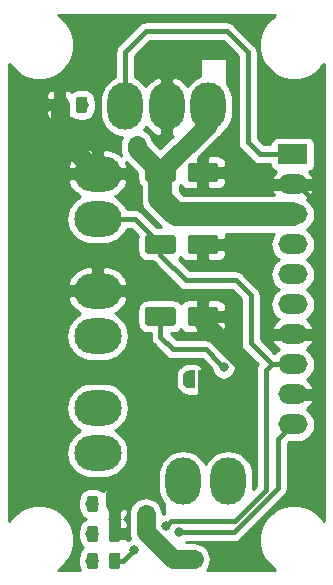
<source format=gbr>
G04 #@! TF.GenerationSoftware,KiCad,Pcbnew,5.1.4-e60b266~84~ubuntu18.04.1*
G04 #@! TF.CreationDate,2019-09-26T21:44:43+08:00*
G04 #@! TF.ProjectId,head,68656164-2e6b-4696-9361-645f70636258,rev?*
G04 #@! TF.SameCoordinates,Original*
G04 #@! TF.FileFunction,Copper,L1,Top*
G04 #@! TF.FilePolarity,Positive*
%FSLAX46Y46*%
G04 Gerber Fmt 4.6, Leading zero omitted, Abs format (unit mm)*
G04 Created by KiCad (PCBNEW 5.1.4-e60b266~84~ubuntu18.04.1) date 2019-09-26 21:44:43*
%MOMM*%
%LPD*%
G04 APERTURE LIST*
%ADD10O,2.500000X1.700000*%
%ADD11C,1.700000*%
%ADD12C,0.100000*%
%ADD13O,3.000000X4.000000*%
%ADD14O,4.000000X3.000000*%
%ADD15C,0.975000*%
%ADD16C,1.600000*%
%ADD17C,0.500000*%
%ADD18C,1.000000*%
%ADD19C,0.800000*%
%ADD20C,0.400000*%
%ADD21C,1.600000*%
%ADD22C,2.000000*%
%ADD23C,0.254000*%
G04 APERTURE END LIST*
D10*
X113284000Y-64262000D03*
X113284000Y-61722000D03*
X113284000Y-59182000D03*
X113284000Y-56642000D03*
X113284000Y-54102000D03*
X113284000Y-51562000D03*
X113284000Y-49022000D03*
X113284000Y-46482000D03*
X113284000Y-43942000D03*
D11*
X113284000Y-41402000D03*
D12*
G36*
X112034000Y-42252000D02*
G01*
X112034000Y-40552000D01*
X114534000Y-40552000D01*
X114534000Y-42252000D01*
X112034000Y-42252000D01*
X112034000Y-42252000D01*
G37*
D13*
X104013000Y-69088000D03*
X107823000Y-69088000D03*
D14*
X96774000Y-62865000D03*
X96774000Y-66675000D03*
X96774000Y-52959000D03*
X96774000Y-56769000D03*
X96774000Y-43053000D03*
X96774000Y-46863000D03*
D13*
X106116000Y-37338000D03*
X102616000Y-37338000D03*
X99116000Y-37338000D03*
D12*
G36*
X93818142Y-36512174D02*
G01*
X93841803Y-36515684D01*
X93865007Y-36521496D01*
X93887529Y-36529554D01*
X93909153Y-36539782D01*
X93929670Y-36552079D01*
X93948883Y-36566329D01*
X93966607Y-36582393D01*
X93982671Y-36600117D01*
X93996921Y-36619330D01*
X94009218Y-36639847D01*
X94019446Y-36661471D01*
X94027504Y-36683993D01*
X94033316Y-36707197D01*
X94036826Y-36730858D01*
X94038000Y-36754750D01*
X94038000Y-37667250D01*
X94036826Y-37691142D01*
X94033316Y-37714803D01*
X94027504Y-37738007D01*
X94019446Y-37760529D01*
X94009218Y-37782153D01*
X93996921Y-37802670D01*
X93982671Y-37821883D01*
X93966607Y-37839607D01*
X93948883Y-37855671D01*
X93929670Y-37869921D01*
X93909153Y-37882218D01*
X93887529Y-37892446D01*
X93865007Y-37900504D01*
X93841803Y-37906316D01*
X93818142Y-37909826D01*
X93794250Y-37911000D01*
X93306750Y-37911000D01*
X93282858Y-37909826D01*
X93259197Y-37906316D01*
X93235993Y-37900504D01*
X93213471Y-37892446D01*
X93191847Y-37882218D01*
X93171330Y-37869921D01*
X93152117Y-37855671D01*
X93134393Y-37839607D01*
X93118329Y-37821883D01*
X93104079Y-37802670D01*
X93091782Y-37782153D01*
X93081554Y-37760529D01*
X93073496Y-37738007D01*
X93067684Y-37714803D01*
X93064174Y-37691142D01*
X93063000Y-37667250D01*
X93063000Y-36754750D01*
X93064174Y-36730858D01*
X93067684Y-36707197D01*
X93073496Y-36683993D01*
X93081554Y-36661471D01*
X93091782Y-36639847D01*
X93104079Y-36619330D01*
X93118329Y-36600117D01*
X93134393Y-36582393D01*
X93152117Y-36566329D01*
X93171330Y-36552079D01*
X93191847Y-36539782D01*
X93213471Y-36529554D01*
X93235993Y-36521496D01*
X93259197Y-36515684D01*
X93282858Y-36512174D01*
X93306750Y-36511000D01*
X93794250Y-36511000D01*
X93818142Y-36512174D01*
X93818142Y-36512174D01*
G37*
D15*
X93550500Y-37211000D03*
D12*
G36*
X95693142Y-36512174D02*
G01*
X95716803Y-36515684D01*
X95740007Y-36521496D01*
X95762529Y-36529554D01*
X95784153Y-36539782D01*
X95804670Y-36552079D01*
X95823883Y-36566329D01*
X95841607Y-36582393D01*
X95857671Y-36600117D01*
X95871921Y-36619330D01*
X95884218Y-36639847D01*
X95894446Y-36661471D01*
X95902504Y-36683993D01*
X95908316Y-36707197D01*
X95911826Y-36730858D01*
X95913000Y-36754750D01*
X95913000Y-37667250D01*
X95911826Y-37691142D01*
X95908316Y-37714803D01*
X95902504Y-37738007D01*
X95894446Y-37760529D01*
X95884218Y-37782153D01*
X95871921Y-37802670D01*
X95857671Y-37821883D01*
X95841607Y-37839607D01*
X95823883Y-37855671D01*
X95804670Y-37869921D01*
X95784153Y-37882218D01*
X95762529Y-37892446D01*
X95740007Y-37900504D01*
X95716803Y-37906316D01*
X95693142Y-37909826D01*
X95669250Y-37911000D01*
X95181750Y-37911000D01*
X95157858Y-37909826D01*
X95134197Y-37906316D01*
X95110993Y-37900504D01*
X95088471Y-37892446D01*
X95066847Y-37882218D01*
X95046330Y-37869921D01*
X95027117Y-37855671D01*
X95009393Y-37839607D01*
X94993329Y-37821883D01*
X94979079Y-37802670D01*
X94966782Y-37782153D01*
X94956554Y-37760529D01*
X94948496Y-37738007D01*
X94942684Y-37714803D01*
X94939174Y-37691142D01*
X94938000Y-37667250D01*
X94938000Y-36754750D01*
X94939174Y-36730858D01*
X94942684Y-36707197D01*
X94948496Y-36683993D01*
X94956554Y-36661471D01*
X94966782Y-36639847D01*
X94979079Y-36619330D01*
X94993329Y-36600117D01*
X95009393Y-36582393D01*
X95027117Y-36566329D01*
X95046330Y-36552079D01*
X95066847Y-36539782D01*
X95088471Y-36529554D01*
X95110993Y-36521496D01*
X95134197Y-36515684D01*
X95157858Y-36512174D01*
X95181750Y-36511000D01*
X95669250Y-36511000D01*
X95693142Y-36512174D01*
X95693142Y-36512174D01*
G37*
D15*
X95425500Y-37211000D03*
D12*
G36*
X98487142Y-75120174D02*
G01*
X98510803Y-75123684D01*
X98534007Y-75129496D01*
X98556529Y-75137554D01*
X98578153Y-75147782D01*
X98598670Y-75160079D01*
X98617883Y-75174329D01*
X98635607Y-75190393D01*
X98651671Y-75208117D01*
X98665921Y-75227330D01*
X98678218Y-75247847D01*
X98688446Y-75269471D01*
X98696504Y-75291993D01*
X98702316Y-75315197D01*
X98705826Y-75338858D01*
X98707000Y-75362750D01*
X98707000Y-76275250D01*
X98705826Y-76299142D01*
X98702316Y-76322803D01*
X98696504Y-76346007D01*
X98688446Y-76368529D01*
X98678218Y-76390153D01*
X98665921Y-76410670D01*
X98651671Y-76429883D01*
X98635607Y-76447607D01*
X98617883Y-76463671D01*
X98598670Y-76477921D01*
X98578153Y-76490218D01*
X98556529Y-76500446D01*
X98534007Y-76508504D01*
X98510803Y-76514316D01*
X98487142Y-76517826D01*
X98463250Y-76519000D01*
X97975750Y-76519000D01*
X97951858Y-76517826D01*
X97928197Y-76514316D01*
X97904993Y-76508504D01*
X97882471Y-76500446D01*
X97860847Y-76490218D01*
X97840330Y-76477921D01*
X97821117Y-76463671D01*
X97803393Y-76447607D01*
X97787329Y-76429883D01*
X97773079Y-76410670D01*
X97760782Y-76390153D01*
X97750554Y-76368529D01*
X97742496Y-76346007D01*
X97736684Y-76322803D01*
X97733174Y-76299142D01*
X97732000Y-76275250D01*
X97732000Y-75362750D01*
X97733174Y-75338858D01*
X97736684Y-75315197D01*
X97742496Y-75291993D01*
X97750554Y-75269471D01*
X97760782Y-75247847D01*
X97773079Y-75227330D01*
X97787329Y-75208117D01*
X97803393Y-75190393D01*
X97821117Y-75174329D01*
X97840330Y-75160079D01*
X97860847Y-75147782D01*
X97882471Y-75137554D01*
X97904993Y-75129496D01*
X97928197Y-75123684D01*
X97951858Y-75120174D01*
X97975750Y-75119000D01*
X98463250Y-75119000D01*
X98487142Y-75120174D01*
X98487142Y-75120174D01*
G37*
D15*
X98219500Y-75819000D03*
D12*
G36*
X96612142Y-75120174D02*
G01*
X96635803Y-75123684D01*
X96659007Y-75129496D01*
X96681529Y-75137554D01*
X96703153Y-75147782D01*
X96723670Y-75160079D01*
X96742883Y-75174329D01*
X96760607Y-75190393D01*
X96776671Y-75208117D01*
X96790921Y-75227330D01*
X96803218Y-75247847D01*
X96813446Y-75269471D01*
X96821504Y-75291993D01*
X96827316Y-75315197D01*
X96830826Y-75338858D01*
X96832000Y-75362750D01*
X96832000Y-76275250D01*
X96830826Y-76299142D01*
X96827316Y-76322803D01*
X96821504Y-76346007D01*
X96813446Y-76368529D01*
X96803218Y-76390153D01*
X96790921Y-76410670D01*
X96776671Y-76429883D01*
X96760607Y-76447607D01*
X96742883Y-76463671D01*
X96723670Y-76477921D01*
X96703153Y-76490218D01*
X96681529Y-76500446D01*
X96659007Y-76508504D01*
X96635803Y-76514316D01*
X96612142Y-76517826D01*
X96588250Y-76519000D01*
X96100750Y-76519000D01*
X96076858Y-76517826D01*
X96053197Y-76514316D01*
X96029993Y-76508504D01*
X96007471Y-76500446D01*
X95985847Y-76490218D01*
X95965330Y-76477921D01*
X95946117Y-76463671D01*
X95928393Y-76447607D01*
X95912329Y-76429883D01*
X95898079Y-76410670D01*
X95885782Y-76390153D01*
X95875554Y-76368529D01*
X95867496Y-76346007D01*
X95861684Y-76322803D01*
X95858174Y-76299142D01*
X95857000Y-76275250D01*
X95857000Y-75362750D01*
X95858174Y-75338858D01*
X95861684Y-75315197D01*
X95867496Y-75291993D01*
X95875554Y-75269471D01*
X95885782Y-75247847D01*
X95898079Y-75227330D01*
X95912329Y-75208117D01*
X95928393Y-75190393D01*
X95946117Y-75174329D01*
X95965330Y-75160079D01*
X95985847Y-75147782D01*
X96007471Y-75137554D01*
X96029993Y-75129496D01*
X96053197Y-75123684D01*
X96076858Y-75120174D01*
X96100750Y-75119000D01*
X96588250Y-75119000D01*
X96612142Y-75120174D01*
X96612142Y-75120174D01*
G37*
D15*
X96344500Y-75819000D03*
D12*
G36*
X98487142Y-72834174D02*
G01*
X98510803Y-72837684D01*
X98534007Y-72843496D01*
X98556529Y-72851554D01*
X98578153Y-72861782D01*
X98598670Y-72874079D01*
X98617883Y-72888329D01*
X98635607Y-72904393D01*
X98651671Y-72922117D01*
X98665921Y-72941330D01*
X98678218Y-72961847D01*
X98688446Y-72983471D01*
X98696504Y-73005993D01*
X98702316Y-73029197D01*
X98705826Y-73052858D01*
X98707000Y-73076750D01*
X98707000Y-73989250D01*
X98705826Y-74013142D01*
X98702316Y-74036803D01*
X98696504Y-74060007D01*
X98688446Y-74082529D01*
X98678218Y-74104153D01*
X98665921Y-74124670D01*
X98651671Y-74143883D01*
X98635607Y-74161607D01*
X98617883Y-74177671D01*
X98598670Y-74191921D01*
X98578153Y-74204218D01*
X98556529Y-74214446D01*
X98534007Y-74222504D01*
X98510803Y-74228316D01*
X98487142Y-74231826D01*
X98463250Y-74233000D01*
X97975750Y-74233000D01*
X97951858Y-74231826D01*
X97928197Y-74228316D01*
X97904993Y-74222504D01*
X97882471Y-74214446D01*
X97860847Y-74204218D01*
X97840330Y-74191921D01*
X97821117Y-74177671D01*
X97803393Y-74161607D01*
X97787329Y-74143883D01*
X97773079Y-74124670D01*
X97760782Y-74104153D01*
X97750554Y-74082529D01*
X97742496Y-74060007D01*
X97736684Y-74036803D01*
X97733174Y-74013142D01*
X97732000Y-73989250D01*
X97732000Y-73076750D01*
X97733174Y-73052858D01*
X97736684Y-73029197D01*
X97742496Y-73005993D01*
X97750554Y-72983471D01*
X97760782Y-72961847D01*
X97773079Y-72941330D01*
X97787329Y-72922117D01*
X97803393Y-72904393D01*
X97821117Y-72888329D01*
X97840330Y-72874079D01*
X97860847Y-72861782D01*
X97882471Y-72851554D01*
X97904993Y-72843496D01*
X97928197Y-72837684D01*
X97951858Y-72834174D01*
X97975750Y-72833000D01*
X98463250Y-72833000D01*
X98487142Y-72834174D01*
X98487142Y-72834174D01*
G37*
D15*
X98219500Y-73533000D03*
D12*
G36*
X96612142Y-72834174D02*
G01*
X96635803Y-72837684D01*
X96659007Y-72843496D01*
X96681529Y-72851554D01*
X96703153Y-72861782D01*
X96723670Y-72874079D01*
X96742883Y-72888329D01*
X96760607Y-72904393D01*
X96776671Y-72922117D01*
X96790921Y-72941330D01*
X96803218Y-72961847D01*
X96813446Y-72983471D01*
X96821504Y-73005993D01*
X96827316Y-73029197D01*
X96830826Y-73052858D01*
X96832000Y-73076750D01*
X96832000Y-73989250D01*
X96830826Y-74013142D01*
X96827316Y-74036803D01*
X96821504Y-74060007D01*
X96813446Y-74082529D01*
X96803218Y-74104153D01*
X96790921Y-74124670D01*
X96776671Y-74143883D01*
X96760607Y-74161607D01*
X96742883Y-74177671D01*
X96723670Y-74191921D01*
X96703153Y-74204218D01*
X96681529Y-74214446D01*
X96659007Y-74222504D01*
X96635803Y-74228316D01*
X96612142Y-74231826D01*
X96588250Y-74233000D01*
X96100750Y-74233000D01*
X96076858Y-74231826D01*
X96053197Y-74228316D01*
X96029993Y-74222504D01*
X96007471Y-74214446D01*
X95985847Y-74204218D01*
X95965330Y-74191921D01*
X95946117Y-74177671D01*
X95928393Y-74161607D01*
X95912329Y-74143883D01*
X95898079Y-74124670D01*
X95885782Y-74104153D01*
X95875554Y-74082529D01*
X95867496Y-74060007D01*
X95861684Y-74036803D01*
X95858174Y-74013142D01*
X95857000Y-73989250D01*
X95857000Y-73076750D01*
X95858174Y-73052858D01*
X95861684Y-73029197D01*
X95867496Y-73005993D01*
X95875554Y-72983471D01*
X95885782Y-72961847D01*
X95898079Y-72941330D01*
X95912329Y-72922117D01*
X95928393Y-72904393D01*
X95946117Y-72888329D01*
X95965330Y-72874079D01*
X95985847Y-72861782D01*
X96007471Y-72851554D01*
X96029993Y-72843496D01*
X96053197Y-72837684D01*
X96076858Y-72834174D01*
X96100750Y-72833000D01*
X96588250Y-72833000D01*
X96612142Y-72834174D01*
X96612142Y-72834174D01*
G37*
D15*
X96344500Y-73533000D03*
D12*
G36*
X98487142Y-70294174D02*
G01*
X98510803Y-70297684D01*
X98534007Y-70303496D01*
X98556529Y-70311554D01*
X98578153Y-70321782D01*
X98598670Y-70334079D01*
X98617883Y-70348329D01*
X98635607Y-70364393D01*
X98651671Y-70382117D01*
X98665921Y-70401330D01*
X98678218Y-70421847D01*
X98688446Y-70443471D01*
X98696504Y-70465993D01*
X98702316Y-70489197D01*
X98705826Y-70512858D01*
X98707000Y-70536750D01*
X98707000Y-71449250D01*
X98705826Y-71473142D01*
X98702316Y-71496803D01*
X98696504Y-71520007D01*
X98688446Y-71542529D01*
X98678218Y-71564153D01*
X98665921Y-71584670D01*
X98651671Y-71603883D01*
X98635607Y-71621607D01*
X98617883Y-71637671D01*
X98598670Y-71651921D01*
X98578153Y-71664218D01*
X98556529Y-71674446D01*
X98534007Y-71682504D01*
X98510803Y-71688316D01*
X98487142Y-71691826D01*
X98463250Y-71693000D01*
X97975750Y-71693000D01*
X97951858Y-71691826D01*
X97928197Y-71688316D01*
X97904993Y-71682504D01*
X97882471Y-71674446D01*
X97860847Y-71664218D01*
X97840330Y-71651921D01*
X97821117Y-71637671D01*
X97803393Y-71621607D01*
X97787329Y-71603883D01*
X97773079Y-71584670D01*
X97760782Y-71564153D01*
X97750554Y-71542529D01*
X97742496Y-71520007D01*
X97736684Y-71496803D01*
X97733174Y-71473142D01*
X97732000Y-71449250D01*
X97732000Y-70536750D01*
X97733174Y-70512858D01*
X97736684Y-70489197D01*
X97742496Y-70465993D01*
X97750554Y-70443471D01*
X97760782Y-70421847D01*
X97773079Y-70401330D01*
X97787329Y-70382117D01*
X97803393Y-70364393D01*
X97821117Y-70348329D01*
X97840330Y-70334079D01*
X97860847Y-70321782D01*
X97882471Y-70311554D01*
X97904993Y-70303496D01*
X97928197Y-70297684D01*
X97951858Y-70294174D01*
X97975750Y-70293000D01*
X98463250Y-70293000D01*
X98487142Y-70294174D01*
X98487142Y-70294174D01*
G37*
D15*
X98219500Y-70993000D03*
D12*
G36*
X96612142Y-70294174D02*
G01*
X96635803Y-70297684D01*
X96659007Y-70303496D01*
X96681529Y-70311554D01*
X96703153Y-70321782D01*
X96723670Y-70334079D01*
X96742883Y-70348329D01*
X96760607Y-70364393D01*
X96776671Y-70382117D01*
X96790921Y-70401330D01*
X96803218Y-70421847D01*
X96813446Y-70443471D01*
X96821504Y-70465993D01*
X96827316Y-70489197D01*
X96830826Y-70512858D01*
X96832000Y-70536750D01*
X96832000Y-71449250D01*
X96830826Y-71473142D01*
X96827316Y-71496803D01*
X96821504Y-71520007D01*
X96813446Y-71542529D01*
X96803218Y-71564153D01*
X96790921Y-71584670D01*
X96776671Y-71603883D01*
X96760607Y-71621607D01*
X96742883Y-71637671D01*
X96723670Y-71651921D01*
X96703153Y-71664218D01*
X96681529Y-71674446D01*
X96659007Y-71682504D01*
X96635803Y-71688316D01*
X96612142Y-71691826D01*
X96588250Y-71693000D01*
X96100750Y-71693000D01*
X96076858Y-71691826D01*
X96053197Y-71688316D01*
X96029993Y-71682504D01*
X96007471Y-71674446D01*
X95985847Y-71664218D01*
X95965330Y-71651921D01*
X95946117Y-71637671D01*
X95928393Y-71621607D01*
X95912329Y-71603883D01*
X95898079Y-71584670D01*
X95885782Y-71564153D01*
X95875554Y-71542529D01*
X95867496Y-71520007D01*
X95861684Y-71496803D01*
X95858174Y-71473142D01*
X95857000Y-71449250D01*
X95857000Y-70536750D01*
X95858174Y-70512858D01*
X95861684Y-70489197D01*
X95867496Y-70465993D01*
X95875554Y-70443471D01*
X95885782Y-70421847D01*
X95898079Y-70401330D01*
X95912329Y-70382117D01*
X95928393Y-70364393D01*
X95946117Y-70348329D01*
X95965330Y-70334079D01*
X95985847Y-70321782D01*
X96007471Y-70311554D01*
X96029993Y-70303496D01*
X96053197Y-70297684D01*
X96076858Y-70294174D01*
X96100750Y-70293000D01*
X96588250Y-70293000D01*
X96612142Y-70294174D01*
X96612142Y-70294174D01*
G37*
D15*
X96344500Y-70993000D03*
D12*
G36*
X106760504Y-42127204D02*
G01*
X106784773Y-42130804D01*
X106808571Y-42136765D01*
X106831671Y-42145030D01*
X106853849Y-42155520D01*
X106874893Y-42168133D01*
X106894598Y-42182747D01*
X106912777Y-42199223D01*
X106929253Y-42217402D01*
X106943867Y-42237107D01*
X106956480Y-42258151D01*
X106966970Y-42280329D01*
X106975235Y-42303429D01*
X106981196Y-42327227D01*
X106984796Y-42351496D01*
X106986000Y-42376000D01*
X106986000Y-43476000D01*
X106984796Y-43500504D01*
X106981196Y-43524773D01*
X106975235Y-43548571D01*
X106966970Y-43571671D01*
X106956480Y-43593849D01*
X106943867Y-43614893D01*
X106929253Y-43634598D01*
X106912777Y-43652777D01*
X106894598Y-43669253D01*
X106874893Y-43683867D01*
X106853849Y-43696480D01*
X106831671Y-43706970D01*
X106808571Y-43715235D01*
X106784773Y-43721196D01*
X106760504Y-43724796D01*
X106736000Y-43726000D01*
X104636000Y-43726000D01*
X104611496Y-43724796D01*
X104587227Y-43721196D01*
X104563429Y-43715235D01*
X104540329Y-43706970D01*
X104518151Y-43696480D01*
X104497107Y-43683867D01*
X104477402Y-43669253D01*
X104459223Y-43652777D01*
X104442747Y-43634598D01*
X104428133Y-43614893D01*
X104415520Y-43593849D01*
X104405030Y-43571671D01*
X104396765Y-43548571D01*
X104390804Y-43524773D01*
X104387204Y-43500504D01*
X104386000Y-43476000D01*
X104386000Y-42376000D01*
X104387204Y-42351496D01*
X104390804Y-42327227D01*
X104396765Y-42303429D01*
X104405030Y-42280329D01*
X104415520Y-42258151D01*
X104428133Y-42237107D01*
X104442747Y-42217402D01*
X104459223Y-42199223D01*
X104477402Y-42182747D01*
X104497107Y-42168133D01*
X104518151Y-42155520D01*
X104540329Y-42145030D01*
X104563429Y-42136765D01*
X104587227Y-42130804D01*
X104611496Y-42127204D01*
X104636000Y-42126000D01*
X106736000Y-42126000D01*
X106760504Y-42127204D01*
X106760504Y-42127204D01*
G37*
D16*
X105686000Y-42926000D03*
D12*
G36*
X103160504Y-42127204D02*
G01*
X103184773Y-42130804D01*
X103208571Y-42136765D01*
X103231671Y-42145030D01*
X103253849Y-42155520D01*
X103274893Y-42168133D01*
X103294598Y-42182747D01*
X103312777Y-42199223D01*
X103329253Y-42217402D01*
X103343867Y-42237107D01*
X103356480Y-42258151D01*
X103366970Y-42280329D01*
X103375235Y-42303429D01*
X103381196Y-42327227D01*
X103384796Y-42351496D01*
X103386000Y-42376000D01*
X103386000Y-43476000D01*
X103384796Y-43500504D01*
X103381196Y-43524773D01*
X103375235Y-43548571D01*
X103366970Y-43571671D01*
X103356480Y-43593849D01*
X103343867Y-43614893D01*
X103329253Y-43634598D01*
X103312777Y-43652777D01*
X103294598Y-43669253D01*
X103274893Y-43683867D01*
X103253849Y-43696480D01*
X103231671Y-43706970D01*
X103208571Y-43715235D01*
X103184773Y-43721196D01*
X103160504Y-43724796D01*
X103136000Y-43726000D01*
X101036000Y-43726000D01*
X101011496Y-43724796D01*
X100987227Y-43721196D01*
X100963429Y-43715235D01*
X100940329Y-43706970D01*
X100918151Y-43696480D01*
X100897107Y-43683867D01*
X100877402Y-43669253D01*
X100859223Y-43652777D01*
X100842747Y-43634598D01*
X100828133Y-43614893D01*
X100815520Y-43593849D01*
X100805030Y-43571671D01*
X100796765Y-43548571D01*
X100790804Y-43524773D01*
X100787204Y-43500504D01*
X100786000Y-43476000D01*
X100786000Y-42376000D01*
X100787204Y-42351496D01*
X100790804Y-42327227D01*
X100796765Y-42303429D01*
X100805030Y-42280329D01*
X100815520Y-42258151D01*
X100828133Y-42237107D01*
X100842747Y-42217402D01*
X100859223Y-42199223D01*
X100877402Y-42182747D01*
X100897107Y-42168133D01*
X100918151Y-42155520D01*
X100940329Y-42145030D01*
X100963429Y-42136765D01*
X100987227Y-42130804D01*
X101011496Y-42127204D01*
X101036000Y-42126000D01*
X103136000Y-42126000D01*
X103160504Y-42127204D01*
X103160504Y-42127204D01*
G37*
D16*
X102086000Y-42926000D03*
D12*
G36*
X106760504Y-54319204D02*
G01*
X106784773Y-54322804D01*
X106808571Y-54328765D01*
X106831671Y-54337030D01*
X106853849Y-54347520D01*
X106874893Y-54360133D01*
X106894598Y-54374747D01*
X106912777Y-54391223D01*
X106929253Y-54409402D01*
X106943867Y-54429107D01*
X106956480Y-54450151D01*
X106966970Y-54472329D01*
X106975235Y-54495429D01*
X106981196Y-54519227D01*
X106984796Y-54543496D01*
X106986000Y-54568000D01*
X106986000Y-55668000D01*
X106984796Y-55692504D01*
X106981196Y-55716773D01*
X106975235Y-55740571D01*
X106966970Y-55763671D01*
X106956480Y-55785849D01*
X106943867Y-55806893D01*
X106929253Y-55826598D01*
X106912777Y-55844777D01*
X106894598Y-55861253D01*
X106874893Y-55875867D01*
X106853849Y-55888480D01*
X106831671Y-55898970D01*
X106808571Y-55907235D01*
X106784773Y-55913196D01*
X106760504Y-55916796D01*
X106736000Y-55918000D01*
X104636000Y-55918000D01*
X104611496Y-55916796D01*
X104587227Y-55913196D01*
X104563429Y-55907235D01*
X104540329Y-55898970D01*
X104518151Y-55888480D01*
X104497107Y-55875867D01*
X104477402Y-55861253D01*
X104459223Y-55844777D01*
X104442747Y-55826598D01*
X104428133Y-55806893D01*
X104415520Y-55785849D01*
X104405030Y-55763671D01*
X104396765Y-55740571D01*
X104390804Y-55716773D01*
X104387204Y-55692504D01*
X104386000Y-55668000D01*
X104386000Y-54568000D01*
X104387204Y-54543496D01*
X104390804Y-54519227D01*
X104396765Y-54495429D01*
X104405030Y-54472329D01*
X104415520Y-54450151D01*
X104428133Y-54429107D01*
X104442747Y-54409402D01*
X104459223Y-54391223D01*
X104477402Y-54374747D01*
X104497107Y-54360133D01*
X104518151Y-54347520D01*
X104540329Y-54337030D01*
X104563429Y-54328765D01*
X104587227Y-54322804D01*
X104611496Y-54319204D01*
X104636000Y-54318000D01*
X106736000Y-54318000D01*
X106760504Y-54319204D01*
X106760504Y-54319204D01*
G37*
D16*
X105686000Y-55118000D03*
D12*
G36*
X103160504Y-54319204D02*
G01*
X103184773Y-54322804D01*
X103208571Y-54328765D01*
X103231671Y-54337030D01*
X103253849Y-54347520D01*
X103274893Y-54360133D01*
X103294598Y-54374747D01*
X103312777Y-54391223D01*
X103329253Y-54409402D01*
X103343867Y-54429107D01*
X103356480Y-54450151D01*
X103366970Y-54472329D01*
X103375235Y-54495429D01*
X103381196Y-54519227D01*
X103384796Y-54543496D01*
X103386000Y-54568000D01*
X103386000Y-55668000D01*
X103384796Y-55692504D01*
X103381196Y-55716773D01*
X103375235Y-55740571D01*
X103366970Y-55763671D01*
X103356480Y-55785849D01*
X103343867Y-55806893D01*
X103329253Y-55826598D01*
X103312777Y-55844777D01*
X103294598Y-55861253D01*
X103274893Y-55875867D01*
X103253849Y-55888480D01*
X103231671Y-55898970D01*
X103208571Y-55907235D01*
X103184773Y-55913196D01*
X103160504Y-55916796D01*
X103136000Y-55918000D01*
X101036000Y-55918000D01*
X101011496Y-55916796D01*
X100987227Y-55913196D01*
X100963429Y-55907235D01*
X100940329Y-55898970D01*
X100918151Y-55888480D01*
X100897107Y-55875867D01*
X100877402Y-55861253D01*
X100859223Y-55844777D01*
X100842747Y-55826598D01*
X100828133Y-55806893D01*
X100815520Y-55785849D01*
X100805030Y-55763671D01*
X100796765Y-55740571D01*
X100790804Y-55716773D01*
X100787204Y-55692504D01*
X100786000Y-55668000D01*
X100786000Y-54568000D01*
X100787204Y-54543496D01*
X100790804Y-54519227D01*
X100796765Y-54495429D01*
X100805030Y-54472329D01*
X100815520Y-54450151D01*
X100828133Y-54429107D01*
X100842747Y-54409402D01*
X100859223Y-54391223D01*
X100877402Y-54374747D01*
X100897107Y-54360133D01*
X100918151Y-54347520D01*
X100940329Y-54337030D01*
X100963429Y-54328765D01*
X100987227Y-54322804D01*
X101011496Y-54319204D01*
X101036000Y-54318000D01*
X103136000Y-54318000D01*
X103160504Y-54319204D01*
X103160504Y-54319204D01*
G37*
D16*
X102086000Y-55118000D03*
D12*
G36*
X106760504Y-48223204D02*
G01*
X106784773Y-48226804D01*
X106808571Y-48232765D01*
X106831671Y-48241030D01*
X106853849Y-48251520D01*
X106874893Y-48264133D01*
X106894598Y-48278747D01*
X106912777Y-48295223D01*
X106929253Y-48313402D01*
X106943867Y-48333107D01*
X106956480Y-48354151D01*
X106966970Y-48376329D01*
X106975235Y-48399429D01*
X106981196Y-48423227D01*
X106984796Y-48447496D01*
X106986000Y-48472000D01*
X106986000Y-49572000D01*
X106984796Y-49596504D01*
X106981196Y-49620773D01*
X106975235Y-49644571D01*
X106966970Y-49667671D01*
X106956480Y-49689849D01*
X106943867Y-49710893D01*
X106929253Y-49730598D01*
X106912777Y-49748777D01*
X106894598Y-49765253D01*
X106874893Y-49779867D01*
X106853849Y-49792480D01*
X106831671Y-49802970D01*
X106808571Y-49811235D01*
X106784773Y-49817196D01*
X106760504Y-49820796D01*
X106736000Y-49822000D01*
X104636000Y-49822000D01*
X104611496Y-49820796D01*
X104587227Y-49817196D01*
X104563429Y-49811235D01*
X104540329Y-49802970D01*
X104518151Y-49792480D01*
X104497107Y-49779867D01*
X104477402Y-49765253D01*
X104459223Y-49748777D01*
X104442747Y-49730598D01*
X104428133Y-49710893D01*
X104415520Y-49689849D01*
X104405030Y-49667671D01*
X104396765Y-49644571D01*
X104390804Y-49620773D01*
X104387204Y-49596504D01*
X104386000Y-49572000D01*
X104386000Y-48472000D01*
X104387204Y-48447496D01*
X104390804Y-48423227D01*
X104396765Y-48399429D01*
X104405030Y-48376329D01*
X104415520Y-48354151D01*
X104428133Y-48333107D01*
X104442747Y-48313402D01*
X104459223Y-48295223D01*
X104477402Y-48278747D01*
X104497107Y-48264133D01*
X104518151Y-48251520D01*
X104540329Y-48241030D01*
X104563429Y-48232765D01*
X104587227Y-48226804D01*
X104611496Y-48223204D01*
X104636000Y-48222000D01*
X106736000Y-48222000D01*
X106760504Y-48223204D01*
X106760504Y-48223204D01*
G37*
D16*
X105686000Y-49022000D03*
D12*
G36*
X103160504Y-48223204D02*
G01*
X103184773Y-48226804D01*
X103208571Y-48232765D01*
X103231671Y-48241030D01*
X103253849Y-48251520D01*
X103274893Y-48264133D01*
X103294598Y-48278747D01*
X103312777Y-48295223D01*
X103329253Y-48313402D01*
X103343867Y-48333107D01*
X103356480Y-48354151D01*
X103366970Y-48376329D01*
X103375235Y-48399429D01*
X103381196Y-48423227D01*
X103384796Y-48447496D01*
X103386000Y-48472000D01*
X103386000Y-49572000D01*
X103384796Y-49596504D01*
X103381196Y-49620773D01*
X103375235Y-49644571D01*
X103366970Y-49667671D01*
X103356480Y-49689849D01*
X103343867Y-49710893D01*
X103329253Y-49730598D01*
X103312777Y-49748777D01*
X103294598Y-49765253D01*
X103274893Y-49779867D01*
X103253849Y-49792480D01*
X103231671Y-49802970D01*
X103208571Y-49811235D01*
X103184773Y-49817196D01*
X103160504Y-49820796D01*
X103136000Y-49822000D01*
X101036000Y-49822000D01*
X101011496Y-49820796D01*
X100987227Y-49817196D01*
X100963429Y-49811235D01*
X100940329Y-49802970D01*
X100918151Y-49792480D01*
X100897107Y-49779867D01*
X100877402Y-49765253D01*
X100859223Y-49748777D01*
X100842747Y-49730598D01*
X100828133Y-49710893D01*
X100815520Y-49689849D01*
X100805030Y-49667671D01*
X100796765Y-49644571D01*
X100790804Y-49620773D01*
X100787204Y-49596504D01*
X100786000Y-49572000D01*
X100786000Y-48472000D01*
X100787204Y-48447496D01*
X100790804Y-48423227D01*
X100796765Y-48399429D01*
X100805030Y-48376329D01*
X100815520Y-48354151D01*
X100828133Y-48333107D01*
X100842747Y-48313402D01*
X100859223Y-48295223D01*
X100877402Y-48278747D01*
X100897107Y-48264133D01*
X100918151Y-48251520D01*
X100940329Y-48241030D01*
X100963429Y-48232765D01*
X100987227Y-48226804D01*
X101011496Y-48223204D01*
X101036000Y-48222000D01*
X103136000Y-48222000D01*
X103160504Y-48223204D01*
X103160504Y-48223204D01*
G37*
D16*
X102086000Y-49022000D03*
D17*
X105806000Y-60452000D03*
D12*
G36*
X105806000Y-59702602D02*
G01*
X105830534Y-59702602D01*
X105879365Y-59707412D01*
X105927490Y-59716984D01*
X105974445Y-59731228D01*
X106019778Y-59750005D01*
X106063051Y-59773136D01*
X106103850Y-59800396D01*
X106141779Y-59831524D01*
X106176476Y-59866221D01*
X106207604Y-59904150D01*
X106234864Y-59944949D01*
X106257995Y-59988222D01*
X106276772Y-60033555D01*
X106291016Y-60080510D01*
X106300588Y-60128635D01*
X106305398Y-60177466D01*
X106305398Y-60202000D01*
X106306000Y-60202000D01*
X106306000Y-60702000D01*
X106305398Y-60702000D01*
X106305398Y-60726534D01*
X106300588Y-60775365D01*
X106291016Y-60823490D01*
X106276772Y-60870445D01*
X106257995Y-60915778D01*
X106234864Y-60959051D01*
X106207604Y-60999850D01*
X106176476Y-61037779D01*
X106141779Y-61072476D01*
X106103850Y-61103604D01*
X106063051Y-61130864D01*
X106019778Y-61153995D01*
X105974445Y-61172772D01*
X105927490Y-61187016D01*
X105879365Y-61196588D01*
X105830534Y-61201398D01*
X105806000Y-61201398D01*
X105806000Y-61202000D01*
X105306000Y-61202000D01*
X105306000Y-59702000D01*
X105806000Y-59702000D01*
X105806000Y-59702602D01*
X105806000Y-59702602D01*
G37*
D17*
X104506000Y-60452000D03*
D12*
G36*
X105006000Y-61202000D02*
G01*
X104506000Y-61202000D01*
X104506000Y-61201398D01*
X104481466Y-61201398D01*
X104432635Y-61196588D01*
X104384510Y-61187016D01*
X104337555Y-61172772D01*
X104292222Y-61153995D01*
X104248949Y-61130864D01*
X104208150Y-61103604D01*
X104170221Y-61072476D01*
X104135524Y-61037779D01*
X104104396Y-60999850D01*
X104077136Y-60959051D01*
X104054005Y-60915778D01*
X104035228Y-60870445D01*
X104020984Y-60823490D01*
X104011412Y-60775365D01*
X104006602Y-60726534D01*
X104006602Y-60702000D01*
X104006000Y-60702000D01*
X104006000Y-60202000D01*
X104006602Y-60202000D01*
X104006602Y-60177466D01*
X104011412Y-60128635D01*
X104020984Y-60080510D01*
X104035228Y-60033555D01*
X104054005Y-59988222D01*
X104077136Y-59944949D01*
X104104396Y-59904150D01*
X104135524Y-59866221D01*
X104170221Y-59831524D01*
X104208150Y-59800396D01*
X104248949Y-59773136D01*
X104292222Y-59750005D01*
X104337555Y-59731228D01*
X104384510Y-59716984D01*
X104432635Y-59707412D01*
X104481466Y-59702602D01*
X104506000Y-59702602D01*
X104506000Y-59702000D01*
X105006000Y-59702000D01*
X105006000Y-61202000D01*
X105006000Y-61202000D01*
G37*
D18*
X105686000Y-55118000D03*
X105686000Y-49022000D03*
D19*
X105686000Y-49022000D03*
D18*
X109220000Y-61214000D03*
X105675000Y-42915000D03*
D19*
X102108000Y-66040000D03*
X111252000Y-38354000D03*
X105156000Y-65532000D03*
D18*
X93472000Y-65278000D03*
X100838000Y-71882000D03*
D19*
X100076000Y-40640000D03*
D18*
X104902030Y-75692000D03*
D19*
X102086000Y-55118000D03*
X103632000Y-73406000D03*
X107442000Y-59436000D03*
X102086000Y-49022000D03*
X102569294Y-72827940D03*
X104506000Y-60452000D03*
X99822000Y-74930000D03*
X96139000Y-70993000D03*
X96139000Y-73533000D03*
X96139000Y-75819000D03*
X95631000Y-37211000D03*
D20*
X110490000Y-41402000D02*
X113284000Y-41402000D01*
X99116000Y-32710000D02*
X100838000Y-30988000D01*
X107696000Y-30988000D02*
X109474000Y-32766000D01*
X99116000Y-37338000D02*
X99116000Y-32710000D01*
X109474000Y-32766000D02*
X109474000Y-40386000D01*
X100838000Y-30988000D02*
X107696000Y-30988000D01*
X109474000Y-40386000D02*
X110490000Y-41402000D01*
X98219500Y-73533000D02*
X98219500Y-70690500D01*
X98219500Y-70690500D02*
X98219500Y-70993000D01*
X114934000Y-56642000D02*
X115316000Y-56260000D01*
X113284000Y-56642000D02*
X114934000Y-56642000D01*
X113684000Y-43942000D02*
X113284000Y-43942000D01*
X115316000Y-45574000D02*
X113684000Y-43942000D01*
X115316000Y-56260000D02*
X115316000Y-45574000D01*
D21*
X98219500Y-70993000D02*
X98219500Y-70193000D01*
X99988990Y-68423510D02*
X99988990Y-66381010D01*
X98219500Y-70193000D02*
X99988990Y-68423510D01*
X99988990Y-66381010D02*
X102108000Y-64262000D01*
X102108000Y-64262000D02*
X104140000Y-64262000D01*
X106006010Y-61616220D02*
X106006010Y-60452000D01*
X104140000Y-64262000D02*
X106006010Y-62395990D01*
X106006010Y-62395990D02*
X106006010Y-61616220D01*
X108966000Y-64262000D02*
X104140000Y-64262000D01*
X109220000Y-64008000D02*
X108966000Y-64262000D01*
X109220000Y-61214000D02*
X109220000Y-64008000D01*
X93550500Y-39829500D02*
X93550500Y-37211000D01*
X96774000Y-43053000D02*
X93550500Y-39829500D01*
X109220000Y-59141998D02*
X109220000Y-59944000D01*
X105686000Y-55607998D02*
X109220000Y-59141998D01*
X105686000Y-55118000D02*
X105686000Y-55607998D01*
X109220000Y-59944000D02*
X109220000Y-61214000D01*
X106116000Y-38896000D02*
X102086000Y-42926000D01*
X106116000Y-37338000D02*
X106116000Y-38896000D01*
X100076000Y-40916000D02*
X100076000Y-40640000D01*
X102086000Y-42926000D02*
X100076000Y-40916000D01*
X100838000Y-71882000D02*
X100838000Y-73351106D01*
X100838000Y-73351106D02*
X103178894Y-75692000D01*
X103178894Y-75692000D02*
X104194924Y-75692000D01*
X104194924Y-75692000D02*
X104902030Y-75692000D01*
D22*
X102086000Y-45190000D02*
X102086000Y-42926000D01*
X113284000Y-46482000D02*
X103378000Y-46482000D01*
X103378000Y-46482000D02*
X102086000Y-45190000D01*
D20*
X107042001Y-59036001D02*
X107442000Y-59436000D01*
X112014000Y-69682543D02*
X108290543Y-73406000D01*
X108290543Y-73406000D02*
X104197685Y-73406000D01*
X113284000Y-64262000D02*
X112014000Y-65532000D01*
X104197685Y-73406000D02*
X103632000Y-73406000D01*
X112014000Y-65532000D02*
X112014000Y-69682543D01*
X102086000Y-55118000D02*
X102086000Y-56874000D01*
X103124000Y-57912000D02*
X105918000Y-57912000D01*
X102086000Y-56874000D02*
X103124000Y-57912000D01*
X105918000Y-57912000D02*
X107042001Y-59036001D01*
X96774000Y-46863000D02*
X99927000Y-46863000D01*
X99927000Y-46863000D02*
X102086000Y-49022000D01*
X112884000Y-59182000D02*
X113284000Y-59182000D01*
X111506000Y-59182000D02*
X112884000Y-59182000D01*
X109728000Y-57404000D02*
X111506000Y-59182000D01*
X108458000Y-52070000D02*
X109728000Y-53340000D01*
X109728000Y-53340000D02*
X109728000Y-57404000D01*
X104234000Y-52070000D02*
X108458000Y-52070000D01*
X102086000Y-49022000D02*
X102086000Y-49922000D01*
X102086000Y-49922000D02*
X104234000Y-52070000D01*
X102969293Y-72427941D02*
X102569294Y-72827940D01*
X108420059Y-72427941D02*
X102969293Y-72427941D01*
X110998000Y-69850000D02*
X108420059Y-72427941D01*
X110998000Y-59690000D02*
X111506000Y-59182000D01*
X110998000Y-61722000D02*
X110998000Y-59690000D01*
X110998000Y-61722000D02*
X110998000Y-69850000D01*
X98933000Y-75819000D02*
X99422001Y-75329999D01*
X98219500Y-75819000D02*
X98933000Y-75819000D01*
X99422001Y-75329999D02*
X99822000Y-74930000D01*
D23*
G36*
X111513273Y-29818613D02*
G01*
X111098613Y-30233273D01*
X110772817Y-30720862D01*
X110548405Y-31262641D01*
X110434000Y-31837791D01*
X110434000Y-32424209D01*
X110548405Y-32999359D01*
X110772817Y-33541138D01*
X111098613Y-34028727D01*
X111513273Y-34443387D01*
X112000862Y-34769183D01*
X112542641Y-34993595D01*
X113117791Y-35108000D01*
X113704209Y-35108000D01*
X114279359Y-34993595D01*
X114821138Y-34769183D01*
X115308727Y-34443387D01*
X115723387Y-34028727D01*
X115926001Y-33725493D01*
X115926000Y-72446505D01*
X115723387Y-72143273D01*
X115308727Y-71728613D01*
X114821138Y-71402817D01*
X114279359Y-71178405D01*
X113704209Y-71064000D01*
X113117791Y-71064000D01*
X112542641Y-71178405D01*
X112000862Y-71402817D01*
X111513273Y-71728613D01*
X111098613Y-72143273D01*
X110772817Y-72630862D01*
X110548405Y-73172641D01*
X110434000Y-73747791D01*
X110434000Y-74334209D01*
X110548405Y-74909359D01*
X110772817Y-75451138D01*
X111098613Y-75938727D01*
X111513273Y-76353387D01*
X111816505Y-76556000D01*
X106049342Y-76556000D01*
X106100962Y-76493101D01*
X106234212Y-76243808D01*
X106316266Y-75973309D01*
X106343973Y-75692000D01*
X106316266Y-75410691D01*
X106234212Y-75140192D01*
X106100962Y-74890899D01*
X105921638Y-74672392D01*
X105703131Y-74493068D01*
X105453838Y-74359818D01*
X105183339Y-74277764D01*
X104972522Y-74257000D01*
X104221339Y-74257000D01*
X104245285Y-74241000D01*
X108249525Y-74241000D01*
X108290543Y-74245040D01*
X108331561Y-74241000D01*
X108331562Y-74241000D01*
X108454232Y-74228918D01*
X108611630Y-74181172D01*
X108756689Y-74103636D01*
X108883834Y-73999291D01*
X108909989Y-73967421D01*
X112575427Y-70301984D01*
X112607291Y-70275834D01*
X112711636Y-70148689D01*
X112789172Y-70003630D01*
X112836918Y-69846232D01*
X112849000Y-69723562D01*
X112849000Y-69723552D01*
X112853039Y-69682544D01*
X112849000Y-69641536D01*
X112849000Y-65877867D01*
X112979867Y-65747000D01*
X113756950Y-65747000D01*
X113975111Y-65725513D01*
X114255034Y-65640599D01*
X114513014Y-65502706D01*
X114739134Y-65317134D01*
X114924706Y-65091014D01*
X115062599Y-64833034D01*
X115147513Y-64553111D01*
X115176185Y-64262000D01*
X115147513Y-63970889D01*
X115062599Y-63690966D01*
X114924706Y-63432986D01*
X114739134Y-63206866D01*
X114513014Y-63021294D01*
X114456969Y-62991337D01*
X114679719Y-62827153D01*
X114876191Y-62611663D01*
X115026848Y-62361983D01*
X115042020Y-62322838D01*
X114954346Y-62103000D01*
X113665000Y-62103000D01*
X113665000Y-62123000D01*
X112903000Y-62123000D01*
X112903000Y-62103000D01*
X112883000Y-62103000D01*
X112883000Y-61341000D01*
X112903000Y-61341000D01*
X112903000Y-61321000D01*
X113665000Y-61321000D01*
X113665000Y-61341000D01*
X114954346Y-61341000D01*
X115042020Y-61121162D01*
X115026848Y-61082017D01*
X114876191Y-60832337D01*
X114679719Y-60616847D01*
X114456969Y-60452663D01*
X114513014Y-60422706D01*
X114739134Y-60237134D01*
X114924706Y-60011014D01*
X115062599Y-59753034D01*
X115147513Y-59473111D01*
X115176185Y-59182000D01*
X115147513Y-58890889D01*
X115062599Y-58610966D01*
X114924706Y-58352986D01*
X114739134Y-58126866D01*
X114513014Y-57941294D01*
X114456969Y-57911337D01*
X114679719Y-57747153D01*
X114876191Y-57531663D01*
X115026848Y-57281983D01*
X115042020Y-57242838D01*
X114954346Y-57023000D01*
X113665000Y-57023000D01*
X113665000Y-57043000D01*
X112903000Y-57043000D01*
X112903000Y-57023000D01*
X111613654Y-57023000D01*
X111525980Y-57242838D01*
X111541152Y-57281983D01*
X111691809Y-57531663D01*
X111888281Y-57747153D01*
X112111031Y-57911337D01*
X112054986Y-57941294D01*
X111828866Y-58126866D01*
X111740008Y-58235140D01*
X110563000Y-57058133D01*
X110563000Y-53381015D01*
X110567040Y-53339999D01*
X110563000Y-53298981D01*
X110550918Y-53176311D01*
X110503172Y-53018913D01*
X110425636Y-52873854D01*
X110321291Y-52746709D01*
X110289428Y-52720560D01*
X109077446Y-51508579D01*
X109051291Y-51476709D01*
X108924146Y-51372364D01*
X108779087Y-51294828D01*
X108621689Y-51247082D01*
X108499019Y-51235000D01*
X108499018Y-51235000D01*
X108458000Y-51230960D01*
X108416982Y-51235000D01*
X104579869Y-51235000D01*
X103643604Y-50298736D01*
X103763962Y-50199962D01*
X103826969Y-50123187D01*
X103855463Y-50176494D01*
X103934815Y-50273185D01*
X104031506Y-50352537D01*
X104141820Y-50411502D01*
X104261518Y-50447812D01*
X104386000Y-50460072D01*
X105146250Y-50457000D01*
X105305000Y-50298250D01*
X105305000Y-49403000D01*
X106067000Y-49403000D01*
X106067000Y-50298250D01*
X106225750Y-50457000D01*
X106986000Y-50460072D01*
X107110482Y-50447812D01*
X107230180Y-50411502D01*
X107340494Y-50352537D01*
X107437185Y-50273185D01*
X107516537Y-50176494D01*
X107575502Y-50066180D01*
X107611812Y-49946482D01*
X107624072Y-49822000D01*
X107621000Y-49561750D01*
X107462250Y-49403000D01*
X106067000Y-49403000D01*
X105305000Y-49403000D01*
X105285000Y-49403000D01*
X105285000Y-48641000D01*
X105305000Y-48641000D01*
X105305000Y-48621000D01*
X106067000Y-48621000D01*
X106067000Y-48641000D01*
X107462250Y-48641000D01*
X107621000Y-48482250D01*
X107624072Y-48222000D01*
X107613731Y-48117000D01*
X111705654Y-48117000D01*
X111643294Y-48192986D01*
X111505401Y-48450966D01*
X111420487Y-48730889D01*
X111391815Y-49022000D01*
X111420487Y-49313111D01*
X111505401Y-49593034D01*
X111643294Y-49851014D01*
X111828866Y-50077134D01*
X112054986Y-50262706D01*
X112109791Y-50292000D01*
X112054986Y-50321294D01*
X111828866Y-50506866D01*
X111643294Y-50732986D01*
X111505401Y-50990966D01*
X111420487Y-51270889D01*
X111391815Y-51562000D01*
X111420487Y-51853111D01*
X111505401Y-52133034D01*
X111643294Y-52391014D01*
X111828866Y-52617134D01*
X112054986Y-52802706D01*
X112109791Y-52832000D01*
X112054986Y-52861294D01*
X111828866Y-53046866D01*
X111643294Y-53272986D01*
X111505401Y-53530966D01*
X111420487Y-53810889D01*
X111391815Y-54102000D01*
X111420487Y-54393111D01*
X111505401Y-54673034D01*
X111643294Y-54931014D01*
X111828866Y-55157134D01*
X112054986Y-55342706D01*
X112111031Y-55372663D01*
X111888281Y-55536847D01*
X111691809Y-55752337D01*
X111541152Y-56002017D01*
X111525980Y-56041162D01*
X111613654Y-56261000D01*
X112903000Y-56261000D01*
X112903000Y-56241000D01*
X113665000Y-56241000D01*
X113665000Y-56261000D01*
X114954346Y-56261000D01*
X115042020Y-56041162D01*
X115026848Y-56002017D01*
X114876191Y-55752337D01*
X114679719Y-55536847D01*
X114456969Y-55372663D01*
X114513014Y-55342706D01*
X114739134Y-55157134D01*
X114924706Y-54931014D01*
X115062599Y-54673034D01*
X115147513Y-54393111D01*
X115176185Y-54102000D01*
X115147513Y-53810889D01*
X115062599Y-53530966D01*
X114924706Y-53272986D01*
X114739134Y-53046866D01*
X114513014Y-52861294D01*
X114458209Y-52832000D01*
X114513014Y-52802706D01*
X114739134Y-52617134D01*
X114924706Y-52391014D01*
X115062599Y-52133034D01*
X115147513Y-51853111D01*
X115176185Y-51562000D01*
X115147513Y-51270889D01*
X115062599Y-50990966D01*
X114924706Y-50732986D01*
X114739134Y-50506866D01*
X114513014Y-50321294D01*
X114458209Y-50292000D01*
X114513014Y-50262706D01*
X114739134Y-50077134D01*
X114924706Y-49851014D01*
X115062599Y-49593034D01*
X115147513Y-49313111D01*
X115176185Y-49022000D01*
X115147513Y-48730889D01*
X115062599Y-48450966D01*
X114924706Y-48192986D01*
X114739134Y-47966866D01*
X114513014Y-47781294D01*
X114458209Y-47752000D01*
X114513014Y-47722706D01*
X114739134Y-47537134D01*
X114924706Y-47311014D01*
X115062599Y-47053034D01*
X115147513Y-46773111D01*
X115176185Y-46482000D01*
X115147513Y-46190889D01*
X115062599Y-45910966D01*
X114924706Y-45652986D01*
X114739134Y-45426866D01*
X114513014Y-45241294D01*
X114456969Y-45211337D01*
X114679719Y-45047153D01*
X114876191Y-44831663D01*
X115026848Y-44581983D01*
X115042020Y-44542838D01*
X114954346Y-44323000D01*
X113665000Y-44323000D01*
X113665000Y-44343000D01*
X112903000Y-44343000D01*
X112903000Y-44323000D01*
X111613654Y-44323000D01*
X111525980Y-44542838D01*
X111541152Y-44581983D01*
X111691809Y-44831663D01*
X111705792Y-44847000D01*
X104055239Y-44847000D01*
X103721000Y-44512762D01*
X103721000Y-44139220D01*
X103763962Y-44103962D01*
X103826969Y-44027187D01*
X103855463Y-44080494D01*
X103934815Y-44177185D01*
X104031506Y-44256537D01*
X104141820Y-44315502D01*
X104261518Y-44351812D01*
X104386000Y-44364072D01*
X105146250Y-44361000D01*
X105305000Y-44202250D01*
X105305000Y-43307000D01*
X106067000Y-43307000D01*
X106067000Y-44202250D01*
X106225750Y-44361000D01*
X106986000Y-44364072D01*
X107110482Y-44351812D01*
X107230180Y-44315502D01*
X107340494Y-44256537D01*
X107437185Y-44177185D01*
X107516537Y-44080494D01*
X107575502Y-43970180D01*
X107611812Y-43850482D01*
X107624072Y-43726000D01*
X107621000Y-43465750D01*
X107462250Y-43307000D01*
X106067000Y-43307000D01*
X105305000Y-43307000D01*
X105285000Y-43307000D01*
X105285000Y-42545000D01*
X105305000Y-42545000D01*
X105305000Y-41736396D01*
X105391646Y-41649750D01*
X106067000Y-41649750D01*
X106067000Y-42545000D01*
X107462250Y-42545000D01*
X107621000Y-42386250D01*
X107624072Y-42126000D01*
X107611812Y-42001518D01*
X107575502Y-41881820D01*
X107516537Y-41771506D01*
X107437185Y-41674815D01*
X107340494Y-41595463D01*
X107230180Y-41536498D01*
X107110482Y-41500188D01*
X106986000Y-41487928D01*
X106225750Y-41491000D01*
X106067000Y-41649750D01*
X105391646Y-41649750D01*
X107080846Y-39960550D01*
X107135608Y-39915608D01*
X107314932Y-39697101D01*
X107392167Y-39552606D01*
X107632977Y-39354977D01*
X107899777Y-39029881D01*
X108098026Y-38658981D01*
X108220108Y-38256532D01*
X108251000Y-37942881D01*
X108251000Y-36733118D01*
X108220108Y-36419467D01*
X108098026Y-36017018D01*
X107899777Y-35646119D01*
X107752191Y-35466285D01*
X107752191Y-33220500D01*
X105479810Y-33220500D01*
X105479810Y-34799918D01*
X105295018Y-34855974D01*
X104924119Y-35054223D01*
X104599023Y-35321023D01*
X104364845Y-35606369D01*
X104272332Y-35468957D01*
X103973419Y-35172128D01*
X103622341Y-34939318D01*
X103320936Y-34822736D01*
X102997000Y-34898824D01*
X102997000Y-36957000D01*
X103017000Y-36957000D01*
X103017000Y-37719000D01*
X102997000Y-37719000D01*
X102997000Y-39777176D01*
X103165784Y-39816821D01*
X102086000Y-40896604D01*
X101465046Y-40275651D01*
X101408182Y-40088193D01*
X101274932Y-39838899D01*
X101095608Y-39620392D01*
X100877101Y-39441068D01*
X100658303Y-39324118D01*
X100867155Y-39069631D01*
X100959668Y-39207043D01*
X101258581Y-39503872D01*
X101609659Y-39736682D01*
X101911064Y-39853264D01*
X102235000Y-39777176D01*
X102235000Y-37719000D01*
X102215000Y-37719000D01*
X102215000Y-36957000D01*
X102235000Y-36957000D01*
X102235000Y-34898824D01*
X101911064Y-34822736D01*
X101609659Y-34939318D01*
X101258581Y-35172128D01*
X100959668Y-35468957D01*
X100867155Y-35606369D01*
X100632977Y-35321023D01*
X100307881Y-35054223D01*
X99951000Y-34863467D01*
X99951000Y-33055867D01*
X101183869Y-31823000D01*
X107350133Y-31823000D01*
X108639000Y-33111869D01*
X108639001Y-40344972D01*
X108634960Y-40386000D01*
X108651082Y-40549688D01*
X108698828Y-40707086D01*
X108753147Y-40808709D01*
X108776365Y-40852146D01*
X108880710Y-40979291D01*
X108912574Y-41005441D01*
X109870558Y-41963426D01*
X109896709Y-41995291D01*
X110023854Y-42099636D01*
X110168913Y-42177172D01*
X110326311Y-42224918D01*
X110490000Y-42241040D01*
X110531018Y-42237000D01*
X111395928Y-42237000D01*
X111395928Y-42252000D01*
X111408188Y-42376482D01*
X111444498Y-42496180D01*
X111503463Y-42606494D01*
X111582815Y-42703185D01*
X111679506Y-42782537D01*
X111789820Y-42841502D01*
X111863624Y-42863890D01*
X111691809Y-43052337D01*
X111541152Y-43302017D01*
X111525980Y-43341162D01*
X111613654Y-43561000D01*
X112903000Y-43561000D01*
X112903000Y-43541000D01*
X113665000Y-43541000D01*
X113665000Y-43561000D01*
X114954346Y-43561000D01*
X115042020Y-43341162D01*
X115026848Y-43302017D01*
X114876191Y-43052337D01*
X114704376Y-42863890D01*
X114778180Y-42841502D01*
X114888494Y-42782537D01*
X114985185Y-42703185D01*
X115064537Y-42606494D01*
X115123502Y-42496180D01*
X115159812Y-42376482D01*
X115172072Y-42252000D01*
X115172072Y-40552000D01*
X115159812Y-40427518D01*
X115123502Y-40307820D01*
X115064537Y-40197506D01*
X114985185Y-40100815D01*
X114888494Y-40021463D01*
X114778180Y-39962498D01*
X114658482Y-39926188D01*
X114534000Y-39913928D01*
X112034000Y-39913928D01*
X111909518Y-39926188D01*
X111789820Y-39962498D01*
X111679506Y-40021463D01*
X111582815Y-40100815D01*
X111503463Y-40197506D01*
X111444498Y-40307820D01*
X111408188Y-40427518D01*
X111395928Y-40552000D01*
X111395928Y-40567000D01*
X110835868Y-40567000D01*
X110309000Y-40040133D01*
X110309000Y-32807018D01*
X110313040Y-32766000D01*
X110296918Y-32602312D01*
X110296504Y-32600945D01*
X110249172Y-32444913D01*
X110171636Y-32299854D01*
X110067291Y-32172709D01*
X110035433Y-32146564D01*
X108315446Y-30426579D01*
X108289291Y-30394709D01*
X108162146Y-30290364D01*
X108017087Y-30212828D01*
X107859689Y-30165082D01*
X107737019Y-30153000D01*
X107737018Y-30153000D01*
X107696000Y-30148960D01*
X107654982Y-30153000D01*
X100879018Y-30153000D01*
X100838000Y-30148960D01*
X100796982Y-30153000D01*
X100796981Y-30153000D01*
X100674311Y-30165082D01*
X100585492Y-30192025D01*
X100516913Y-30212828D01*
X100371854Y-30290364D01*
X100310722Y-30340534D01*
X100244709Y-30394709D01*
X100218563Y-30426568D01*
X98554574Y-32090559D01*
X98522710Y-32116709D01*
X98441907Y-32215168D01*
X98418364Y-32243855D01*
X98340828Y-32388914D01*
X98293082Y-32546312D01*
X98276960Y-32710000D01*
X98281001Y-32751028D01*
X98281001Y-34863466D01*
X97924119Y-35054223D01*
X97599023Y-35321023D01*
X97332223Y-35646119D01*
X97133974Y-36017019D01*
X97011892Y-36419468D01*
X96981000Y-36733119D01*
X96981000Y-37942882D01*
X97011892Y-38256533D01*
X97133974Y-38658982D01*
X97332224Y-39029881D01*
X97599024Y-39354977D01*
X97924120Y-39621777D01*
X98295019Y-39820026D01*
X98697468Y-39942108D01*
X98815678Y-39953751D01*
X98743818Y-40088192D01*
X98661764Y-40358691D01*
X98641000Y-40569508D01*
X98641000Y-40845508D01*
X98634057Y-40916000D01*
X98641000Y-40986491D01*
X98661764Y-41197308D01*
X98743818Y-41467807D01*
X98778944Y-41533523D01*
X98643043Y-41396668D01*
X98293603Y-41161407D01*
X97904980Y-40998839D01*
X97492109Y-40915211D01*
X97155000Y-41066161D01*
X97155000Y-42672000D01*
X99213176Y-42672000D01*
X99289264Y-42348064D01*
X99172682Y-42046659D01*
X99163663Y-42033058D01*
X100147928Y-43017324D01*
X100147928Y-43476000D01*
X100164992Y-43649254D01*
X100215528Y-43815850D01*
X100297595Y-43969386D01*
X100408038Y-44103962D01*
X100451000Y-44139220D01*
X100451000Y-45109680D01*
X100443089Y-45190000D01*
X100451000Y-45270319D01*
X100451000Y-45270321D01*
X100474657Y-45510515D01*
X100568148Y-45818714D01*
X100719969Y-46102751D01*
X100924286Y-46351714D01*
X100986686Y-46402924D01*
X102165079Y-47581318D01*
X102167221Y-47583928D01*
X101828796Y-47583928D01*
X100546446Y-46301579D01*
X100520291Y-46269709D01*
X100393146Y-46165364D01*
X100248087Y-46087828D01*
X100090689Y-46040082D01*
X99968019Y-46028000D01*
X99968018Y-46028000D01*
X99927000Y-46023960D01*
X99885982Y-46028000D01*
X99248533Y-46028000D01*
X99057777Y-45671119D01*
X98790977Y-45346023D01*
X98465881Y-45079223D01*
X98248951Y-44963272D01*
X98293603Y-44944593D01*
X98643043Y-44709332D01*
X98939872Y-44410419D01*
X99172682Y-44059341D01*
X99289264Y-43757936D01*
X99213176Y-43434000D01*
X97155000Y-43434000D01*
X97155000Y-43454000D01*
X96393000Y-43454000D01*
X96393000Y-43434000D01*
X94334824Y-43434000D01*
X94258736Y-43757936D01*
X94375318Y-44059341D01*
X94608128Y-44410419D01*
X94904957Y-44709332D01*
X95254397Y-44944593D01*
X95299049Y-44963272D01*
X95082119Y-45079223D01*
X94757023Y-45346023D01*
X94490223Y-45671119D01*
X94291974Y-46042018D01*
X94169892Y-46444467D01*
X94128670Y-46863000D01*
X94169892Y-47281533D01*
X94291974Y-47683982D01*
X94490223Y-48054881D01*
X94757023Y-48379977D01*
X95082119Y-48646777D01*
X95453018Y-48845026D01*
X95855467Y-48967108D01*
X96169118Y-48998000D01*
X97378882Y-48998000D01*
X97692533Y-48967108D01*
X98094982Y-48845026D01*
X98465881Y-48646777D01*
X98790977Y-48379977D01*
X99057777Y-48054881D01*
X99248533Y-47698000D01*
X99581133Y-47698000D01*
X100168922Y-48285790D01*
X100164992Y-48298746D01*
X100147928Y-48472000D01*
X100147928Y-49572000D01*
X100164992Y-49745254D01*
X100215528Y-49911850D01*
X100297595Y-50065386D01*
X100408038Y-50199962D01*
X100542614Y-50310405D01*
X100696150Y-50392472D01*
X100862746Y-50443008D01*
X101036000Y-50460072D01*
X101447393Y-50460072D01*
X101492710Y-50515291D01*
X101524574Y-50541441D01*
X103614563Y-52631432D01*
X103640709Y-52663291D01*
X103767854Y-52767636D01*
X103912913Y-52845172D01*
X104070311Y-52892918D01*
X104192981Y-52905000D01*
X104192982Y-52905000D01*
X104234000Y-52909040D01*
X104275018Y-52905000D01*
X108112133Y-52905000D01*
X108893000Y-53685868D01*
X108893001Y-57362972D01*
X108888960Y-57404000D01*
X108905082Y-57567688D01*
X108952828Y-57725086D01*
X109030364Y-57870145D01*
X109030365Y-57870146D01*
X109134710Y-57997291D01*
X109166574Y-58023441D01*
X110330395Y-59187263D01*
X110300364Y-59223855D01*
X110222828Y-59368914D01*
X110175082Y-59526312D01*
X110158960Y-59690000D01*
X110163001Y-59731028D01*
X110163000Y-61680981D01*
X110163000Y-61680982D01*
X110163001Y-69504131D01*
X109956225Y-69710908D01*
X109958000Y-69692882D01*
X109958000Y-68483119D01*
X109927108Y-68169468D01*
X109805026Y-67767019D01*
X109606777Y-67396119D01*
X109339977Y-67071023D01*
X109014881Y-66804223D01*
X108643982Y-66605974D01*
X108241533Y-66483892D01*
X107823000Y-66442670D01*
X107404468Y-66483892D01*
X107002019Y-66605974D01*
X106631120Y-66804223D01*
X106306024Y-67071023D01*
X106039224Y-67396119D01*
X105918000Y-67622913D01*
X105796777Y-67396119D01*
X105529977Y-67071023D01*
X105204881Y-66804223D01*
X104833982Y-66605974D01*
X104431533Y-66483892D01*
X104013000Y-66442670D01*
X103594468Y-66483892D01*
X103192019Y-66605974D01*
X102821120Y-66804223D01*
X102496024Y-67071023D01*
X102229224Y-67396119D01*
X102030974Y-67767018D01*
X101908892Y-68169467D01*
X101878000Y-68483118D01*
X101878000Y-69692881D01*
X101908892Y-70006532D01*
X102030974Y-70408981D01*
X102229223Y-70779881D01*
X102381810Y-70965808D01*
X102381810Y-71809956D01*
X102273000Y-71831599D01*
X102273000Y-71811508D01*
X102252236Y-71600691D01*
X102170182Y-71330192D01*
X102036932Y-71080899D01*
X101857607Y-70862392D01*
X101639100Y-70683068D01*
X101389807Y-70549818D01*
X101119308Y-70467764D01*
X100838000Y-70440057D01*
X100556691Y-70467764D01*
X100286192Y-70549818D01*
X100036899Y-70683068D01*
X99818392Y-70862393D01*
X99639068Y-71080900D01*
X99505818Y-71330193D01*
X99423764Y-71600692D01*
X99403000Y-71811509D01*
X99403000Y-73280614D01*
X99396057Y-73351106D01*
X99403000Y-73421598D01*
X99423764Y-73632415D01*
X99429359Y-73650858D01*
X99505818Y-73902913D01*
X99522584Y-73934280D01*
X99520102Y-73934774D01*
X99331744Y-74012795D01*
X99301952Y-74032702D01*
X99183250Y-73914000D01*
X98580000Y-73914000D01*
X98580000Y-73934000D01*
X97859000Y-73934000D01*
X97859000Y-73914000D01*
X97818500Y-73914000D01*
X97818500Y-73152000D01*
X97859000Y-73152000D01*
X97859000Y-72356750D01*
X97765250Y-72263000D01*
X97859000Y-72169250D01*
X97859000Y-71374000D01*
X98580000Y-71374000D01*
X98580000Y-72169250D01*
X98673750Y-72263000D01*
X98580000Y-72356750D01*
X98580000Y-73152000D01*
X99183250Y-73152000D01*
X99342000Y-72993250D01*
X99344994Y-72842954D01*
X99334677Y-72718296D01*
X99300239Y-72598046D01*
X99243003Y-72486826D01*
X99165169Y-72388908D01*
X99069727Y-72308057D01*
X98988505Y-72263000D01*
X99069727Y-72217943D01*
X99165169Y-72137092D01*
X99243003Y-72039174D01*
X99300239Y-71927954D01*
X99334677Y-71807704D01*
X99344994Y-71683046D01*
X99342000Y-71532750D01*
X99183250Y-71374000D01*
X98580000Y-71374000D01*
X97859000Y-71374000D01*
X97818500Y-71374000D01*
X97818500Y-70612000D01*
X97859000Y-70612000D01*
X97859000Y-69816750D01*
X98580000Y-69816750D01*
X98580000Y-70612000D01*
X99183250Y-70612000D01*
X99342000Y-70453250D01*
X99344994Y-70302954D01*
X99334677Y-70178296D01*
X99300239Y-70058046D01*
X99243003Y-69946826D01*
X99165169Y-69848908D01*
X99069727Y-69768057D01*
X98960346Y-69707379D01*
X98841229Y-69669206D01*
X98738750Y-69658000D01*
X98580000Y-69816750D01*
X97859000Y-69816750D01*
X97700250Y-69658000D01*
X97597771Y-69669206D01*
X97478654Y-69707379D01*
X97369273Y-69768057D01*
X97273831Y-69848908D01*
X97217343Y-69919972D01*
X97211792Y-69913208D01*
X97078164Y-69803542D01*
X96925709Y-69722053D01*
X96760285Y-69671872D01*
X96588250Y-69654928D01*
X96100750Y-69654928D01*
X95928715Y-69671872D01*
X95763291Y-69722053D01*
X95610836Y-69803542D01*
X95477208Y-69913208D01*
X95367542Y-70046836D01*
X95286053Y-70199291D01*
X95235872Y-70364715D01*
X95222361Y-70501897D01*
X95221795Y-70502744D01*
X95143774Y-70691102D01*
X95104000Y-70891061D01*
X95104000Y-71094939D01*
X95143774Y-71294898D01*
X95221795Y-71483256D01*
X95222361Y-71484103D01*
X95235872Y-71621285D01*
X95286053Y-71786709D01*
X95367542Y-71939164D01*
X95477208Y-72072792D01*
X95610836Y-72182458D01*
X95761519Y-72263000D01*
X95610836Y-72343542D01*
X95477208Y-72453208D01*
X95367542Y-72586836D01*
X95286053Y-72739291D01*
X95235872Y-72904715D01*
X95222361Y-73041897D01*
X95221795Y-73042744D01*
X95143774Y-73231102D01*
X95104000Y-73431061D01*
X95104000Y-73634939D01*
X95143774Y-73834898D01*
X95221795Y-74023256D01*
X95222361Y-74024103D01*
X95235872Y-74161285D01*
X95286053Y-74326709D01*
X95367542Y-74479164D01*
X95477208Y-74612792D01*
X95554227Y-74676000D01*
X95477208Y-74739208D01*
X95367542Y-74872836D01*
X95286053Y-75025291D01*
X95235872Y-75190715D01*
X95222361Y-75327897D01*
X95221795Y-75328744D01*
X95143774Y-75517102D01*
X95104000Y-75717061D01*
X95104000Y-75920939D01*
X95143774Y-76120898D01*
X95221795Y-76309256D01*
X95222361Y-76310103D01*
X95235872Y-76447285D01*
X95268850Y-76556000D01*
X93415495Y-76556000D01*
X93718727Y-76353387D01*
X94133387Y-75938727D01*
X94459183Y-75451138D01*
X94683595Y-74909359D01*
X94798000Y-74334209D01*
X94798000Y-73747791D01*
X94683595Y-73172641D01*
X94459183Y-72630862D01*
X94133387Y-72143273D01*
X93718727Y-71728613D01*
X93231138Y-71402817D01*
X92689359Y-71178405D01*
X92114209Y-71064000D01*
X91527791Y-71064000D01*
X90952641Y-71178405D01*
X90410862Y-71402817D01*
X89923273Y-71728613D01*
X89508613Y-72143273D01*
X89306000Y-72446505D01*
X89306000Y-62865000D01*
X94128670Y-62865000D01*
X94169892Y-63283533D01*
X94291974Y-63685982D01*
X94490223Y-64056881D01*
X94757023Y-64381977D01*
X95082119Y-64648777D01*
X95308912Y-64770000D01*
X95082119Y-64891223D01*
X94757023Y-65158023D01*
X94490223Y-65483119D01*
X94291974Y-65854018D01*
X94169892Y-66256467D01*
X94128670Y-66675000D01*
X94169892Y-67093533D01*
X94291974Y-67495982D01*
X94490223Y-67866881D01*
X94757023Y-68191977D01*
X95082119Y-68458777D01*
X95453018Y-68657026D01*
X95855467Y-68779108D01*
X96169118Y-68810000D01*
X97378882Y-68810000D01*
X97692533Y-68779108D01*
X98094982Y-68657026D01*
X98465881Y-68458777D01*
X98790977Y-68191977D01*
X99057777Y-67866881D01*
X99256026Y-67495982D01*
X99378108Y-67093533D01*
X99419330Y-66675000D01*
X99378108Y-66256467D01*
X99256026Y-65854018D01*
X99057777Y-65483119D01*
X98790977Y-65158023D01*
X98465881Y-64891223D01*
X98239088Y-64770000D01*
X98465881Y-64648777D01*
X98790977Y-64381977D01*
X99057777Y-64056881D01*
X99256026Y-63685982D01*
X99378108Y-63283533D01*
X99419330Y-62865000D01*
X99378108Y-62446467D01*
X99256026Y-62044018D01*
X99057777Y-61673119D01*
X98790977Y-61348023D01*
X98465881Y-61081223D01*
X98094982Y-60882974D01*
X97692533Y-60760892D01*
X97378882Y-60730000D01*
X96169118Y-60730000D01*
X95855467Y-60760892D01*
X95453018Y-60882974D01*
X95082119Y-61081223D01*
X94757023Y-61348023D01*
X94490223Y-61673119D01*
X94291974Y-62044018D01*
X94169892Y-62446467D01*
X94128670Y-62865000D01*
X89306000Y-62865000D01*
X89306000Y-60202000D01*
X103367928Y-60202000D01*
X103367928Y-60702000D01*
X103370336Y-60726450D01*
X103370336Y-60751009D01*
X103382596Y-60875490D01*
X103401718Y-60971623D01*
X103438027Y-61091319D01*
X103475536Y-61181875D01*
X103534502Y-61292192D01*
X103588958Y-61373691D01*
X103668310Y-61470382D01*
X103737618Y-61539690D01*
X103834309Y-61619042D01*
X103915808Y-61673498D01*
X104026125Y-61732464D01*
X104116681Y-61769973D01*
X104236377Y-61806282D01*
X104332510Y-61825404D01*
X104456991Y-61837664D01*
X104481550Y-61837664D01*
X104506000Y-61840072D01*
X105006000Y-61840072D01*
X105130482Y-61827812D01*
X105250180Y-61791502D01*
X105360494Y-61732537D01*
X105457185Y-61653185D01*
X105536537Y-61556494D01*
X105595502Y-61446180D01*
X105631812Y-61326482D01*
X105644072Y-61202000D01*
X105644072Y-59702000D01*
X105631812Y-59577518D01*
X105595502Y-59457820D01*
X105536537Y-59347506D01*
X105457185Y-59250815D01*
X105360494Y-59171463D01*
X105250180Y-59112498D01*
X105130482Y-59076188D01*
X105006000Y-59063928D01*
X104506000Y-59063928D01*
X104481550Y-59066336D01*
X104456991Y-59066336D01*
X104332510Y-59078596D01*
X104236377Y-59097718D01*
X104116681Y-59134027D01*
X104026125Y-59171536D01*
X103915808Y-59230502D01*
X103834309Y-59284958D01*
X103737618Y-59364310D01*
X103668310Y-59433618D01*
X103588958Y-59530309D01*
X103534502Y-59611808D01*
X103475536Y-59722125D01*
X103438027Y-59812681D01*
X103401718Y-59932377D01*
X103382596Y-60028510D01*
X103370336Y-60152991D01*
X103370336Y-60177550D01*
X103367928Y-60202000D01*
X89306000Y-60202000D01*
X89306000Y-56769000D01*
X94128670Y-56769000D01*
X94169892Y-57187533D01*
X94291974Y-57589982D01*
X94490223Y-57960881D01*
X94757023Y-58285977D01*
X95082119Y-58552777D01*
X95453018Y-58751026D01*
X95855467Y-58873108D01*
X96169118Y-58904000D01*
X97378882Y-58904000D01*
X97692533Y-58873108D01*
X98094982Y-58751026D01*
X98465881Y-58552777D01*
X98790977Y-58285977D01*
X99057777Y-57960881D01*
X99256026Y-57589982D01*
X99378108Y-57187533D01*
X99419330Y-56769000D01*
X99378108Y-56350467D01*
X99256026Y-55948018D01*
X99057777Y-55577119D01*
X98790977Y-55252023D01*
X98465881Y-54985223D01*
X98248951Y-54869272D01*
X98293603Y-54850593D01*
X98643043Y-54615332D01*
X98690045Y-54568000D01*
X100147928Y-54568000D01*
X100147928Y-55668000D01*
X100164992Y-55841254D01*
X100215528Y-56007850D01*
X100297595Y-56161386D01*
X100408038Y-56295962D01*
X100542614Y-56406405D01*
X100696150Y-56488472D01*
X100862746Y-56539008D01*
X101036000Y-56556072D01*
X101251001Y-56556072D01*
X101251001Y-56832972D01*
X101246960Y-56874000D01*
X101263082Y-57037688D01*
X101310828Y-57195086D01*
X101376907Y-57318710D01*
X101388365Y-57340146D01*
X101492710Y-57467291D01*
X101524574Y-57493441D01*
X102504563Y-58473432D01*
X102530709Y-58505291D01*
X102562568Y-58531437D01*
X102562570Y-58531439D01*
X102657854Y-58609636D01*
X102802913Y-58687172D01*
X102960311Y-58734918D01*
X103082981Y-58747000D01*
X103082982Y-58747000D01*
X103124000Y-58751040D01*
X103165018Y-58747000D01*
X105572133Y-58747000D01*
X106417908Y-59592776D01*
X106446774Y-59737898D01*
X106524795Y-59926256D01*
X106638063Y-60095774D01*
X106782226Y-60239937D01*
X106951744Y-60353205D01*
X107140102Y-60431226D01*
X107340061Y-60471000D01*
X107543939Y-60471000D01*
X107743898Y-60431226D01*
X107932256Y-60353205D01*
X108101774Y-60239937D01*
X108245937Y-60095774D01*
X108359205Y-59926256D01*
X108437226Y-59737898D01*
X108477000Y-59537939D01*
X108477000Y-59334061D01*
X108437226Y-59134102D01*
X108359205Y-58945744D01*
X108245937Y-58776226D01*
X108101774Y-58632063D01*
X107932256Y-58518795D01*
X107743898Y-58440774D01*
X107598776Y-58411908D01*
X106537446Y-57350579D01*
X106511291Y-57318709D01*
X106384146Y-57214364D01*
X106239087Y-57136828D01*
X106081689Y-57089082D01*
X105959019Y-57077000D01*
X105959018Y-57077000D01*
X105918000Y-57072960D01*
X105876982Y-57077000D01*
X103469869Y-57077000D01*
X102948940Y-56556072D01*
X103136000Y-56556072D01*
X103309254Y-56539008D01*
X103475850Y-56488472D01*
X103629386Y-56406405D01*
X103763962Y-56295962D01*
X103826969Y-56219187D01*
X103855463Y-56272494D01*
X103934815Y-56369185D01*
X104031506Y-56448537D01*
X104141820Y-56507502D01*
X104261518Y-56543812D01*
X104386000Y-56556072D01*
X105146250Y-56553000D01*
X105305000Y-56394250D01*
X105305000Y-55499000D01*
X106067000Y-55499000D01*
X106067000Y-56394250D01*
X106225750Y-56553000D01*
X106986000Y-56556072D01*
X107110482Y-56543812D01*
X107230180Y-56507502D01*
X107340494Y-56448537D01*
X107437185Y-56369185D01*
X107516537Y-56272494D01*
X107575502Y-56162180D01*
X107611812Y-56042482D01*
X107624072Y-55918000D01*
X107621000Y-55657750D01*
X107462250Y-55499000D01*
X106067000Y-55499000D01*
X105305000Y-55499000D01*
X105285000Y-55499000D01*
X105285000Y-54737000D01*
X105305000Y-54737000D01*
X105305000Y-53841750D01*
X106067000Y-53841750D01*
X106067000Y-54737000D01*
X107462250Y-54737000D01*
X107621000Y-54578250D01*
X107624072Y-54318000D01*
X107611812Y-54193518D01*
X107575502Y-54073820D01*
X107516537Y-53963506D01*
X107437185Y-53866815D01*
X107340494Y-53787463D01*
X107230180Y-53728498D01*
X107110482Y-53692188D01*
X106986000Y-53679928D01*
X106225750Y-53683000D01*
X106067000Y-53841750D01*
X105305000Y-53841750D01*
X105146250Y-53683000D01*
X104386000Y-53679928D01*
X104261518Y-53692188D01*
X104141820Y-53728498D01*
X104031506Y-53787463D01*
X103934815Y-53866815D01*
X103855463Y-53963506D01*
X103826969Y-54016813D01*
X103763962Y-53940038D01*
X103629386Y-53829595D01*
X103475850Y-53747528D01*
X103309254Y-53696992D01*
X103136000Y-53679928D01*
X101036000Y-53679928D01*
X100862746Y-53696992D01*
X100696150Y-53747528D01*
X100542614Y-53829595D01*
X100408038Y-53940038D01*
X100297595Y-54074614D01*
X100215528Y-54228150D01*
X100164992Y-54394746D01*
X100147928Y-54568000D01*
X98690045Y-54568000D01*
X98939872Y-54316419D01*
X99172682Y-53965341D01*
X99289264Y-53663936D01*
X99213176Y-53340000D01*
X97155000Y-53340000D01*
X97155000Y-53360000D01*
X96393000Y-53360000D01*
X96393000Y-53340000D01*
X94334824Y-53340000D01*
X94258736Y-53663936D01*
X94375318Y-53965341D01*
X94608128Y-54316419D01*
X94904957Y-54615332D01*
X95254397Y-54850593D01*
X95299049Y-54869272D01*
X95082119Y-54985223D01*
X94757023Y-55252023D01*
X94490223Y-55577119D01*
X94291974Y-55948018D01*
X94169892Y-56350467D01*
X94128670Y-56769000D01*
X89306000Y-56769000D01*
X89306000Y-52254064D01*
X94258736Y-52254064D01*
X94334824Y-52578000D01*
X96393000Y-52578000D01*
X96393000Y-50972161D01*
X97155000Y-50972161D01*
X97155000Y-52578000D01*
X99213176Y-52578000D01*
X99289264Y-52254064D01*
X99172682Y-51952659D01*
X98939872Y-51601581D01*
X98643043Y-51302668D01*
X98293603Y-51067407D01*
X97904980Y-50904839D01*
X97492109Y-50821211D01*
X97155000Y-50972161D01*
X96393000Y-50972161D01*
X96055891Y-50821211D01*
X95643020Y-50904839D01*
X95254397Y-51067407D01*
X94904957Y-51302668D01*
X94608128Y-51601581D01*
X94375318Y-51952659D01*
X94258736Y-52254064D01*
X89306000Y-52254064D01*
X89306000Y-42348064D01*
X94258736Y-42348064D01*
X94334824Y-42672000D01*
X96393000Y-42672000D01*
X96393000Y-41066161D01*
X96055891Y-40915211D01*
X95643020Y-40998839D01*
X95254397Y-41161407D01*
X94904957Y-41396668D01*
X94608128Y-41695581D01*
X94375318Y-42046659D01*
X94258736Y-42348064D01*
X89306000Y-42348064D01*
X89306000Y-37901046D01*
X92425006Y-37901046D01*
X92435323Y-38025704D01*
X92469761Y-38145954D01*
X92526997Y-38257174D01*
X92604831Y-38355092D01*
X92700273Y-38435943D01*
X92809654Y-38496621D01*
X92928771Y-38534794D01*
X93031250Y-38546000D01*
X93190000Y-38387250D01*
X93190000Y-37592000D01*
X92586750Y-37592000D01*
X92428000Y-37750750D01*
X92425006Y-37901046D01*
X89306000Y-37901046D01*
X89306000Y-36520954D01*
X92425006Y-36520954D01*
X92428000Y-36671250D01*
X92586750Y-36830000D01*
X93190000Y-36830000D01*
X93190000Y-36034750D01*
X93911000Y-36034750D01*
X93911000Y-36830000D01*
X93951500Y-36830000D01*
X93951500Y-37592000D01*
X93911000Y-37592000D01*
X93911000Y-38387250D01*
X94069750Y-38546000D01*
X94172229Y-38534794D01*
X94291346Y-38496621D01*
X94400727Y-38435943D01*
X94496169Y-38355092D01*
X94552657Y-38284028D01*
X94558208Y-38290792D01*
X94691836Y-38400458D01*
X94844291Y-38481947D01*
X95009715Y-38532128D01*
X95181750Y-38549072D01*
X95669250Y-38549072D01*
X95841285Y-38532128D01*
X96006709Y-38481947D01*
X96159164Y-38400458D01*
X96292792Y-38290792D01*
X96402458Y-38157164D01*
X96483947Y-38004709D01*
X96534128Y-37839285D01*
X96547639Y-37702103D01*
X96548205Y-37701256D01*
X96626226Y-37512898D01*
X96666000Y-37312939D01*
X96666000Y-37109061D01*
X96626226Y-36909102D01*
X96548205Y-36720744D01*
X96547639Y-36719897D01*
X96534128Y-36582715D01*
X96483947Y-36417291D01*
X96402458Y-36264836D01*
X96292792Y-36131208D01*
X96159164Y-36021542D01*
X96006709Y-35940053D01*
X95841285Y-35889872D01*
X95669250Y-35872928D01*
X95181750Y-35872928D01*
X95009715Y-35889872D01*
X94844291Y-35940053D01*
X94691836Y-36021542D01*
X94558208Y-36131208D01*
X94552657Y-36137972D01*
X94496169Y-36066908D01*
X94400727Y-35986057D01*
X94291346Y-35925379D01*
X94172229Y-35887206D01*
X94069750Y-35876000D01*
X93911000Y-36034750D01*
X93190000Y-36034750D01*
X93031250Y-35876000D01*
X92928771Y-35887206D01*
X92809654Y-35925379D01*
X92700273Y-35986057D01*
X92604831Y-36066908D01*
X92526997Y-36164826D01*
X92469761Y-36276046D01*
X92435323Y-36396296D01*
X92425006Y-36520954D01*
X89306000Y-36520954D01*
X89306000Y-33725495D01*
X89508613Y-34028727D01*
X89923273Y-34443387D01*
X90410862Y-34769183D01*
X90952641Y-34993595D01*
X91527791Y-35108000D01*
X92114209Y-35108000D01*
X92689359Y-34993595D01*
X93231138Y-34769183D01*
X93718727Y-34443387D01*
X94133387Y-34028727D01*
X94459183Y-33541138D01*
X94683595Y-32999359D01*
X94798000Y-32424209D01*
X94798000Y-31837791D01*
X94683595Y-31262641D01*
X94459183Y-30720862D01*
X94133387Y-30233273D01*
X93718727Y-29818613D01*
X93415495Y-29616000D01*
X111816505Y-29616000D01*
X111513273Y-29818613D01*
X111513273Y-29818613D01*
G37*
X111513273Y-29818613D02*
X111098613Y-30233273D01*
X110772817Y-30720862D01*
X110548405Y-31262641D01*
X110434000Y-31837791D01*
X110434000Y-32424209D01*
X110548405Y-32999359D01*
X110772817Y-33541138D01*
X111098613Y-34028727D01*
X111513273Y-34443387D01*
X112000862Y-34769183D01*
X112542641Y-34993595D01*
X113117791Y-35108000D01*
X113704209Y-35108000D01*
X114279359Y-34993595D01*
X114821138Y-34769183D01*
X115308727Y-34443387D01*
X115723387Y-34028727D01*
X115926001Y-33725493D01*
X115926000Y-72446505D01*
X115723387Y-72143273D01*
X115308727Y-71728613D01*
X114821138Y-71402817D01*
X114279359Y-71178405D01*
X113704209Y-71064000D01*
X113117791Y-71064000D01*
X112542641Y-71178405D01*
X112000862Y-71402817D01*
X111513273Y-71728613D01*
X111098613Y-72143273D01*
X110772817Y-72630862D01*
X110548405Y-73172641D01*
X110434000Y-73747791D01*
X110434000Y-74334209D01*
X110548405Y-74909359D01*
X110772817Y-75451138D01*
X111098613Y-75938727D01*
X111513273Y-76353387D01*
X111816505Y-76556000D01*
X106049342Y-76556000D01*
X106100962Y-76493101D01*
X106234212Y-76243808D01*
X106316266Y-75973309D01*
X106343973Y-75692000D01*
X106316266Y-75410691D01*
X106234212Y-75140192D01*
X106100962Y-74890899D01*
X105921638Y-74672392D01*
X105703131Y-74493068D01*
X105453838Y-74359818D01*
X105183339Y-74277764D01*
X104972522Y-74257000D01*
X104221339Y-74257000D01*
X104245285Y-74241000D01*
X108249525Y-74241000D01*
X108290543Y-74245040D01*
X108331561Y-74241000D01*
X108331562Y-74241000D01*
X108454232Y-74228918D01*
X108611630Y-74181172D01*
X108756689Y-74103636D01*
X108883834Y-73999291D01*
X108909989Y-73967421D01*
X112575427Y-70301984D01*
X112607291Y-70275834D01*
X112711636Y-70148689D01*
X112789172Y-70003630D01*
X112836918Y-69846232D01*
X112849000Y-69723562D01*
X112849000Y-69723552D01*
X112853039Y-69682544D01*
X112849000Y-69641536D01*
X112849000Y-65877867D01*
X112979867Y-65747000D01*
X113756950Y-65747000D01*
X113975111Y-65725513D01*
X114255034Y-65640599D01*
X114513014Y-65502706D01*
X114739134Y-65317134D01*
X114924706Y-65091014D01*
X115062599Y-64833034D01*
X115147513Y-64553111D01*
X115176185Y-64262000D01*
X115147513Y-63970889D01*
X115062599Y-63690966D01*
X114924706Y-63432986D01*
X114739134Y-63206866D01*
X114513014Y-63021294D01*
X114456969Y-62991337D01*
X114679719Y-62827153D01*
X114876191Y-62611663D01*
X115026848Y-62361983D01*
X115042020Y-62322838D01*
X114954346Y-62103000D01*
X113665000Y-62103000D01*
X113665000Y-62123000D01*
X112903000Y-62123000D01*
X112903000Y-62103000D01*
X112883000Y-62103000D01*
X112883000Y-61341000D01*
X112903000Y-61341000D01*
X112903000Y-61321000D01*
X113665000Y-61321000D01*
X113665000Y-61341000D01*
X114954346Y-61341000D01*
X115042020Y-61121162D01*
X115026848Y-61082017D01*
X114876191Y-60832337D01*
X114679719Y-60616847D01*
X114456969Y-60452663D01*
X114513014Y-60422706D01*
X114739134Y-60237134D01*
X114924706Y-60011014D01*
X115062599Y-59753034D01*
X115147513Y-59473111D01*
X115176185Y-59182000D01*
X115147513Y-58890889D01*
X115062599Y-58610966D01*
X114924706Y-58352986D01*
X114739134Y-58126866D01*
X114513014Y-57941294D01*
X114456969Y-57911337D01*
X114679719Y-57747153D01*
X114876191Y-57531663D01*
X115026848Y-57281983D01*
X115042020Y-57242838D01*
X114954346Y-57023000D01*
X113665000Y-57023000D01*
X113665000Y-57043000D01*
X112903000Y-57043000D01*
X112903000Y-57023000D01*
X111613654Y-57023000D01*
X111525980Y-57242838D01*
X111541152Y-57281983D01*
X111691809Y-57531663D01*
X111888281Y-57747153D01*
X112111031Y-57911337D01*
X112054986Y-57941294D01*
X111828866Y-58126866D01*
X111740008Y-58235140D01*
X110563000Y-57058133D01*
X110563000Y-53381015D01*
X110567040Y-53339999D01*
X110563000Y-53298981D01*
X110550918Y-53176311D01*
X110503172Y-53018913D01*
X110425636Y-52873854D01*
X110321291Y-52746709D01*
X110289428Y-52720560D01*
X109077446Y-51508579D01*
X109051291Y-51476709D01*
X108924146Y-51372364D01*
X108779087Y-51294828D01*
X108621689Y-51247082D01*
X108499019Y-51235000D01*
X108499018Y-51235000D01*
X108458000Y-51230960D01*
X108416982Y-51235000D01*
X104579869Y-51235000D01*
X103643604Y-50298736D01*
X103763962Y-50199962D01*
X103826969Y-50123187D01*
X103855463Y-50176494D01*
X103934815Y-50273185D01*
X104031506Y-50352537D01*
X104141820Y-50411502D01*
X104261518Y-50447812D01*
X104386000Y-50460072D01*
X105146250Y-50457000D01*
X105305000Y-50298250D01*
X105305000Y-49403000D01*
X106067000Y-49403000D01*
X106067000Y-50298250D01*
X106225750Y-50457000D01*
X106986000Y-50460072D01*
X107110482Y-50447812D01*
X107230180Y-50411502D01*
X107340494Y-50352537D01*
X107437185Y-50273185D01*
X107516537Y-50176494D01*
X107575502Y-50066180D01*
X107611812Y-49946482D01*
X107624072Y-49822000D01*
X107621000Y-49561750D01*
X107462250Y-49403000D01*
X106067000Y-49403000D01*
X105305000Y-49403000D01*
X105285000Y-49403000D01*
X105285000Y-48641000D01*
X105305000Y-48641000D01*
X105305000Y-48621000D01*
X106067000Y-48621000D01*
X106067000Y-48641000D01*
X107462250Y-48641000D01*
X107621000Y-48482250D01*
X107624072Y-48222000D01*
X107613731Y-48117000D01*
X111705654Y-48117000D01*
X111643294Y-48192986D01*
X111505401Y-48450966D01*
X111420487Y-48730889D01*
X111391815Y-49022000D01*
X111420487Y-49313111D01*
X111505401Y-49593034D01*
X111643294Y-49851014D01*
X111828866Y-50077134D01*
X112054986Y-50262706D01*
X112109791Y-50292000D01*
X112054986Y-50321294D01*
X111828866Y-50506866D01*
X111643294Y-50732986D01*
X111505401Y-50990966D01*
X111420487Y-51270889D01*
X111391815Y-51562000D01*
X111420487Y-51853111D01*
X111505401Y-52133034D01*
X111643294Y-52391014D01*
X111828866Y-52617134D01*
X112054986Y-52802706D01*
X112109791Y-52832000D01*
X112054986Y-52861294D01*
X111828866Y-53046866D01*
X111643294Y-53272986D01*
X111505401Y-53530966D01*
X111420487Y-53810889D01*
X111391815Y-54102000D01*
X111420487Y-54393111D01*
X111505401Y-54673034D01*
X111643294Y-54931014D01*
X111828866Y-55157134D01*
X112054986Y-55342706D01*
X112111031Y-55372663D01*
X111888281Y-55536847D01*
X111691809Y-55752337D01*
X111541152Y-56002017D01*
X111525980Y-56041162D01*
X111613654Y-56261000D01*
X112903000Y-56261000D01*
X112903000Y-56241000D01*
X113665000Y-56241000D01*
X113665000Y-56261000D01*
X114954346Y-56261000D01*
X115042020Y-56041162D01*
X115026848Y-56002017D01*
X114876191Y-55752337D01*
X114679719Y-55536847D01*
X114456969Y-55372663D01*
X114513014Y-55342706D01*
X114739134Y-55157134D01*
X114924706Y-54931014D01*
X115062599Y-54673034D01*
X115147513Y-54393111D01*
X115176185Y-54102000D01*
X115147513Y-53810889D01*
X115062599Y-53530966D01*
X114924706Y-53272986D01*
X114739134Y-53046866D01*
X114513014Y-52861294D01*
X114458209Y-52832000D01*
X114513014Y-52802706D01*
X114739134Y-52617134D01*
X114924706Y-52391014D01*
X115062599Y-52133034D01*
X115147513Y-51853111D01*
X115176185Y-51562000D01*
X115147513Y-51270889D01*
X115062599Y-50990966D01*
X114924706Y-50732986D01*
X114739134Y-50506866D01*
X114513014Y-50321294D01*
X114458209Y-50292000D01*
X114513014Y-50262706D01*
X114739134Y-50077134D01*
X114924706Y-49851014D01*
X115062599Y-49593034D01*
X115147513Y-49313111D01*
X115176185Y-49022000D01*
X115147513Y-48730889D01*
X115062599Y-48450966D01*
X114924706Y-48192986D01*
X114739134Y-47966866D01*
X114513014Y-47781294D01*
X114458209Y-47752000D01*
X114513014Y-47722706D01*
X114739134Y-47537134D01*
X114924706Y-47311014D01*
X115062599Y-47053034D01*
X115147513Y-46773111D01*
X115176185Y-46482000D01*
X115147513Y-46190889D01*
X115062599Y-45910966D01*
X114924706Y-45652986D01*
X114739134Y-45426866D01*
X114513014Y-45241294D01*
X114456969Y-45211337D01*
X114679719Y-45047153D01*
X114876191Y-44831663D01*
X115026848Y-44581983D01*
X115042020Y-44542838D01*
X114954346Y-44323000D01*
X113665000Y-44323000D01*
X113665000Y-44343000D01*
X112903000Y-44343000D01*
X112903000Y-44323000D01*
X111613654Y-44323000D01*
X111525980Y-44542838D01*
X111541152Y-44581983D01*
X111691809Y-44831663D01*
X111705792Y-44847000D01*
X104055239Y-44847000D01*
X103721000Y-44512762D01*
X103721000Y-44139220D01*
X103763962Y-44103962D01*
X103826969Y-44027187D01*
X103855463Y-44080494D01*
X103934815Y-44177185D01*
X104031506Y-44256537D01*
X104141820Y-44315502D01*
X104261518Y-44351812D01*
X104386000Y-44364072D01*
X105146250Y-44361000D01*
X105305000Y-44202250D01*
X105305000Y-43307000D01*
X106067000Y-43307000D01*
X106067000Y-44202250D01*
X106225750Y-44361000D01*
X106986000Y-44364072D01*
X107110482Y-44351812D01*
X107230180Y-44315502D01*
X107340494Y-44256537D01*
X107437185Y-44177185D01*
X107516537Y-44080494D01*
X107575502Y-43970180D01*
X107611812Y-43850482D01*
X107624072Y-43726000D01*
X107621000Y-43465750D01*
X107462250Y-43307000D01*
X106067000Y-43307000D01*
X105305000Y-43307000D01*
X105285000Y-43307000D01*
X105285000Y-42545000D01*
X105305000Y-42545000D01*
X105305000Y-41736396D01*
X105391646Y-41649750D01*
X106067000Y-41649750D01*
X106067000Y-42545000D01*
X107462250Y-42545000D01*
X107621000Y-42386250D01*
X107624072Y-42126000D01*
X107611812Y-42001518D01*
X107575502Y-41881820D01*
X107516537Y-41771506D01*
X107437185Y-41674815D01*
X107340494Y-41595463D01*
X107230180Y-41536498D01*
X107110482Y-41500188D01*
X106986000Y-41487928D01*
X106225750Y-41491000D01*
X106067000Y-41649750D01*
X105391646Y-41649750D01*
X107080846Y-39960550D01*
X107135608Y-39915608D01*
X107314932Y-39697101D01*
X107392167Y-39552606D01*
X107632977Y-39354977D01*
X107899777Y-39029881D01*
X108098026Y-38658981D01*
X108220108Y-38256532D01*
X108251000Y-37942881D01*
X108251000Y-36733118D01*
X108220108Y-36419467D01*
X108098026Y-36017018D01*
X107899777Y-35646119D01*
X107752191Y-35466285D01*
X107752191Y-33220500D01*
X105479810Y-33220500D01*
X105479810Y-34799918D01*
X105295018Y-34855974D01*
X104924119Y-35054223D01*
X104599023Y-35321023D01*
X104364845Y-35606369D01*
X104272332Y-35468957D01*
X103973419Y-35172128D01*
X103622341Y-34939318D01*
X103320936Y-34822736D01*
X102997000Y-34898824D01*
X102997000Y-36957000D01*
X103017000Y-36957000D01*
X103017000Y-37719000D01*
X102997000Y-37719000D01*
X102997000Y-39777176D01*
X103165784Y-39816821D01*
X102086000Y-40896604D01*
X101465046Y-40275651D01*
X101408182Y-40088193D01*
X101274932Y-39838899D01*
X101095608Y-39620392D01*
X100877101Y-39441068D01*
X100658303Y-39324118D01*
X100867155Y-39069631D01*
X100959668Y-39207043D01*
X101258581Y-39503872D01*
X101609659Y-39736682D01*
X101911064Y-39853264D01*
X102235000Y-39777176D01*
X102235000Y-37719000D01*
X102215000Y-37719000D01*
X102215000Y-36957000D01*
X102235000Y-36957000D01*
X102235000Y-34898824D01*
X101911064Y-34822736D01*
X101609659Y-34939318D01*
X101258581Y-35172128D01*
X100959668Y-35468957D01*
X100867155Y-35606369D01*
X100632977Y-35321023D01*
X100307881Y-35054223D01*
X99951000Y-34863467D01*
X99951000Y-33055867D01*
X101183869Y-31823000D01*
X107350133Y-31823000D01*
X108639000Y-33111869D01*
X108639001Y-40344972D01*
X108634960Y-40386000D01*
X108651082Y-40549688D01*
X108698828Y-40707086D01*
X108753147Y-40808709D01*
X108776365Y-40852146D01*
X108880710Y-40979291D01*
X108912574Y-41005441D01*
X109870558Y-41963426D01*
X109896709Y-41995291D01*
X110023854Y-42099636D01*
X110168913Y-42177172D01*
X110326311Y-42224918D01*
X110490000Y-42241040D01*
X110531018Y-42237000D01*
X111395928Y-42237000D01*
X111395928Y-42252000D01*
X111408188Y-42376482D01*
X111444498Y-42496180D01*
X111503463Y-42606494D01*
X111582815Y-42703185D01*
X111679506Y-42782537D01*
X111789820Y-42841502D01*
X111863624Y-42863890D01*
X111691809Y-43052337D01*
X111541152Y-43302017D01*
X111525980Y-43341162D01*
X111613654Y-43561000D01*
X112903000Y-43561000D01*
X112903000Y-43541000D01*
X113665000Y-43541000D01*
X113665000Y-43561000D01*
X114954346Y-43561000D01*
X115042020Y-43341162D01*
X115026848Y-43302017D01*
X114876191Y-43052337D01*
X114704376Y-42863890D01*
X114778180Y-42841502D01*
X114888494Y-42782537D01*
X114985185Y-42703185D01*
X115064537Y-42606494D01*
X115123502Y-42496180D01*
X115159812Y-42376482D01*
X115172072Y-42252000D01*
X115172072Y-40552000D01*
X115159812Y-40427518D01*
X115123502Y-40307820D01*
X115064537Y-40197506D01*
X114985185Y-40100815D01*
X114888494Y-40021463D01*
X114778180Y-39962498D01*
X114658482Y-39926188D01*
X114534000Y-39913928D01*
X112034000Y-39913928D01*
X111909518Y-39926188D01*
X111789820Y-39962498D01*
X111679506Y-40021463D01*
X111582815Y-40100815D01*
X111503463Y-40197506D01*
X111444498Y-40307820D01*
X111408188Y-40427518D01*
X111395928Y-40552000D01*
X111395928Y-40567000D01*
X110835868Y-40567000D01*
X110309000Y-40040133D01*
X110309000Y-32807018D01*
X110313040Y-32766000D01*
X110296918Y-32602312D01*
X110296504Y-32600945D01*
X110249172Y-32444913D01*
X110171636Y-32299854D01*
X110067291Y-32172709D01*
X110035433Y-32146564D01*
X108315446Y-30426579D01*
X108289291Y-30394709D01*
X108162146Y-30290364D01*
X108017087Y-30212828D01*
X107859689Y-30165082D01*
X107737019Y-30153000D01*
X107737018Y-30153000D01*
X107696000Y-30148960D01*
X107654982Y-30153000D01*
X100879018Y-30153000D01*
X100838000Y-30148960D01*
X100796982Y-30153000D01*
X100796981Y-30153000D01*
X100674311Y-30165082D01*
X100585492Y-30192025D01*
X100516913Y-30212828D01*
X100371854Y-30290364D01*
X100310722Y-30340534D01*
X100244709Y-30394709D01*
X100218563Y-30426568D01*
X98554574Y-32090559D01*
X98522710Y-32116709D01*
X98441907Y-32215168D01*
X98418364Y-32243855D01*
X98340828Y-32388914D01*
X98293082Y-32546312D01*
X98276960Y-32710000D01*
X98281001Y-32751028D01*
X98281001Y-34863466D01*
X97924119Y-35054223D01*
X97599023Y-35321023D01*
X97332223Y-35646119D01*
X97133974Y-36017019D01*
X97011892Y-36419468D01*
X96981000Y-36733119D01*
X96981000Y-37942882D01*
X97011892Y-38256533D01*
X97133974Y-38658982D01*
X97332224Y-39029881D01*
X97599024Y-39354977D01*
X97924120Y-39621777D01*
X98295019Y-39820026D01*
X98697468Y-39942108D01*
X98815678Y-39953751D01*
X98743818Y-40088192D01*
X98661764Y-40358691D01*
X98641000Y-40569508D01*
X98641000Y-40845508D01*
X98634057Y-40916000D01*
X98641000Y-40986491D01*
X98661764Y-41197308D01*
X98743818Y-41467807D01*
X98778944Y-41533523D01*
X98643043Y-41396668D01*
X98293603Y-41161407D01*
X97904980Y-40998839D01*
X97492109Y-40915211D01*
X97155000Y-41066161D01*
X97155000Y-42672000D01*
X99213176Y-42672000D01*
X99289264Y-42348064D01*
X99172682Y-42046659D01*
X99163663Y-42033058D01*
X100147928Y-43017324D01*
X100147928Y-43476000D01*
X100164992Y-43649254D01*
X100215528Y-43815850D01*
X100297595Y-43969386D01*
X100408038Y-44103962D01*
X100451000Y-44139220D01*
X100451000Y-45109680D01*
X100443089Y-45190000D01*
X100451000Y-45270319D01*
X100451000Y-45270321D01*
X100474657Y-45510515D01*
X100568148Y-45818714D01*
X100719969Y-46102751D01*
X100924286Y-46351714D01*
X100986686Y-46402924D01*
X102165079Y-47581318D01*
X102167221Y-47583928D01*
X101828796Y-47583928D01*
X100546446Y-46301579D01*
X100520291Y-46269709D01*
X100393146Y-46165364D01*
X100248087Y-46087828D01*
X100090689Y-46040082D01*
X99968019Y-46028000D01*
X99968018Y-46028000D01*
X99927000Y-46023960D01*
X99885982Y-46028000D01*
X99248533Y-46028000D01*
X99057777Y-45671119D01*
X98790977Y-45346023D01*
X98465881Y-45079223D01*
X98248951Y-44963272D01*
X98293603Y-44944593D01*
X98643043Y-44709332D01*
X98939872Y-44410419D01*
X99172682Y-44059341D01*
X99289264Y-43757936D01*
X99213176Y-43434000D01*
X97155000Y-43434000D01*
X97155000Y-43454000D01*
X96393000Y-43454000D01*
X96393000Y-43434000D01*
X94334824Y-43434000D01*
X94258736Y-43757936D01*
X94375318Y-44059341D01*
X94608128Y-44410419D01*
X94904957Y-44709332D01*
X95254397Y-44944593D01*
X95299049Y-44963272D01*
X95082119Y-45079223D01*
X94757023Y-45346023D01*
X94490223Y-45671119D01*
X94291974Y-46042018D01*
X94169892Y-46444467D01*
X94128670Y-46863000D01*
X94169892Y-47281533D01*
X94291974Y-47683982D01*
X94490223Y-48054881D01*
X94757023Y-48379977D01*
X95082119Y-48646777D01*
X95453018Y-48845026D01*
X95855467Y-48967108D01*
X96169118Y-48998000D01*
X97378882Y-48998000D01*
X97692533Y-48967108D01*
X98094982Y-48845026D01*
X98465881Y-48646777D01*
X98790977Y-48379977D01*
X99057777Y-48054881D01*
X99248533Y-47698000D01*
X99581133Y-47698000D01*
X100168922Y-48285790D01*
X100164992Y-48298746D01*
X100147928Y-48472000D01*
X100147928Y-49572000D01*
X100164992Y-49745254D01*
X100215528Y-49911850D01*
X100297595Y-50065386D01*
X100408038Y-50199962D01*
X100542614Y-50310405D01*
X100696150Y-50392472D01*
X100862746Y-50443008D01*
X101036000Y-50460072D01*
X101447393Y-50460072D01*
X101492710Y-50515291D01*
X101524574Y-50541441D01*
X103614563Y-52631432D01*
X103640709Y-52663291D01*
X103767854Y-52767636D01*
X103912913Y-52845172D01*
X104070311Y-52892918D01*
X104192981Y-52905000D01*
X104192982Y-52905000D01*
X104234000Y-52909040D01*
X104275018Y-52905000D01*
X108112133Y-52905000D01*
X108893000Y-53685868D01*
X108893001Y-57362972D01*
X108888960Y-57404000D01*
X108905082Y-57567688D01*
X108952828Y-57725086D01*
X109030364Y-57870145D01*
X109030365Y-57870146D01*
X109134710Y-57997291D01*
X109166574Y-58023441D01*
X110330395Y-59187263D01*
X110300364Y-59223855D01*
X110222828Y-59368914D01*
X110175082Y-59526312D01*
X110158960Y-59690000D01*
X110163001Y-59731028D01*
X110163000Y-61680981D01*
X110163000Y-61680982D01*
X110163001Y-69504131D01*
X109956225Y-69710908D01*
X109958000Y-69692882D01*
X109958000Y-68483119D01*
X109927108Y-68169468D01*
X109805026Y-67767019D01*
X109606777Y-67396119D01*
X109339977Y-67071023D01*
X109014881Y-66804223D01*
X108643982Y-66605974D01*
X108241533Y-66483892D01*
X107823000Y-66442670D01*
X107404468Y-66483892D01*
X107002019Y-66605974D01*
X106631120Y-66804223D01*
X106306024Y-67071023D01*
X106039224Y-67396119D01*
X105918000Y-67622913D01*
X105796777Y-67396119D01*
X105529977Y-67071023D01*
X105204881Y-66804223D01*
X104833982Y-66605974D01*
X104431533Y-66483892D01*
X104013000Y-66442670D01*
X103594468Y-66483892D01*
X103192019Y-66605974D01*
X102821120Y-66804223D01*
X102496024Y-67071023D01*
X102229224Y-67396119D01*
X102030974Y-67767018D01*
X101908892Y-68169467D01*
X101878000Y-68483118D01*
X101878000Y-69692881D01*
X101908892Y-70006532D01*
X102030974Y-70408981D01*
X102229223Y-70779881D01*
X102381810Y-70965808D01*
X102381810Y-71809956D01*
X102273000Y-71831599D01*
X102273000Y-71811508D01*
X102252236Y-71600691D01*
X102170182Y-71330192D01*
X102036932Y-71080899D01*
X101857607Y-70862392D01*
X101639100Y-70683068D01*
X101389807Y-70549818D01*
X101119308Y-70467764D01*
X100838000Y-70440057D01*
X100556691Y-70467764D01*
X100286192Y-70549818D01*
X100036899Y-70683068D01*
X99818392Y-70862393D01*
X99639068Y-71080900D01*
X99505818Y-71330193D01*
X99423764Y-71600692D01*
X99403000Y-71811509D01*
X99403000Y-73280614D01*
X99396057Y-73351106D01*
X99403000Y-73421598D01*
X99423764Y-73632415D01*
X99429359Y-73650858D01*
X99505818Y-73902913D01*
X99522584Y-73934280D01*
X99520102Y-73934774D01*
X99331744Y-74012795D01*
X99301952Y-74032702D01*
X99183250Y-73914000D01*
X98580000Y-73914000D01*
X98580000Y-73934000D01*
X97859000Y-73934000D01*
X97859000Y-73914000D01*
X97818500Y-73914000D01*
X97818500Y-73152000D01*
X97859000Y-73152000D01*
X97859000Y-72356750D01*
X97765250Y-72263000D01*
X97859000Y-72169250D01*
X97859000Y-71374000D01*
X98580000Y-71374000D01*
X98580000Y-72169250D01*
X98673750Y-72263000D01*
X98580000Y-72356750D01*
X98580000Y-73152000D01*
X99183250Y-73152000D01*
X99342000Y-72993250D01*
X99344994Y-72842954D01*
X99334677Y-72718296D01*
X99300239Y-72598046D01*
X99243003Y-72486826D01*
X99165169Y-72388908D01*
X99069727Y-72308057D01*
X98988505Y-72263000D01*
X99069727Y-72217943D01*
X99165169Y-72137092D01*
X99243003Y-72039174D01*
X99300239Y-71927954D01*
X99334677Y-71807704D01*
X99344994Y-71683046D01*
X99342000Y-71532750D01*
X99183250Y-71374000D01*
X98580000Y-71374000D01*
X97859000Y-71374000D01*
X97818500Y-71374000D01*
X97818500Y-70612000D01*
X97859000Y-70612000D01*
X97859000Y-69816750D01*
X98580000Y-69816750D01*
X98580000Y-70612000D01*
X99183250Y-70612000D01*
X99342000Y-70453250D01*
X99344994Y-70302954D01*
X99334677Y-70178296D01*
X99300239Y-70058046D01*
X99243003Y-69946826D01*
X99165169Y-69848908D01*
X99069727Y-69768057D01*
X98960346Y-69707379D01*
X98841229Y-69669206D01*
X98738750Y-69658000D01*
X98580000Y-69816750D01*
X97859000Y-69816750D01*
X97700250Y-69658000D01*
X97597771Y-69669206D01*
X97478654Y-69707379D01*
X97369273Y-69768057D01*
X97273831Y-69848908D01*
X97217343Y-69919972D01*
X97211792Y-69913208D01*
X97078164Y-69803542D01*
X96925709Y-69722053D01*
X96760285Y-69671872D01*
X96588250Y-69654928D01*
X96100750Y-69654928D01*
X95928715Y-69671872D01*
X95763291Y-69722053D01*
X95610836Y-69803542D01*
X95477208Y-69913208D01*
X95367542Y-70046836D01*
X95286053Y-70199291D01*
X95235872Y-70364715D01*
X95222361Y-70501897D01*
X95221795Y-70502744D01*
X95143774Y-70691102D01*
X95104000Y-70891061D01*
X95104000Y-71094939D01*
X95143774Y-71294898D01*
X95221795Y-71483256D01*
X95222361Y-71484103D01*
X95235872Y-71621285D01*
X95286053Y-71786709D01*
X95367542Y-71939164D01*
X95477208Y-72072792D01*
X95610836Y-72182458D01*
X95761519Y-72263000D01*
X95610836Y-72343542D01*
X95477208Y-72453208D01*
X95367542Y-72586836D01*
X95286053Y-72739291D01*
X95235872Y-72904715D01*
X95222361Y-73041897D01*
X95221795Y-73042744D01*
X95143774Y-73231102D01*
X95104000Y-73431061D01*
X95104000Y-73634939D01*
X95143774Y-73834898D01*
X95221795Y-74023256D01*
X95222361Y-74024103D01*
X95235872Y-74161285D01*
X95286053Y-74326709D01*
X95367542Y-74479164D01*
X95477208Y-74612792D01*
X95554227Y-74676000D01*
X95477208Y-74739208D01*
X95367542Y-74872836D01*
X95286053Y-75025291D01*
X95235872Y-75190715D01*
X95222361Y-75327897D01*
X95221795Y-75328744D01*
X95143774Y-75517102D01*
X95104000Y-75717061D01*
X95104000Y-75920939D01*
X95143774Y-76120898D01*
X95221795Y-76309256D01*
X95222361Y-76310103D01*
X95235872Y-76447285D01*
X95268850Y-76556000D01*
X93415495Y-76556000D01*
X93718727Y-76353387D01*
X94133387Y-75938727D01*
X94459183Y-75451138D01*
X94683595Y-74909359D01*
X94798000Y-74334209D01*
X94798000Y-73747791D01*
X94683595Y-73172641D01*
X94459183Y-72630862D01*
X94133387Y-72143273D01*
X93718727Y-71728613D01*
X93231138Y-71402817D01*
X92689359Y-71178405D01*
X92114209Y-71064000D01*
X91527791Y-71064000D01*
X90952641Y-71178405D01*
X90410862Y-71402817D01*
X89923273Y-71728613D01*
X89508613Y-72143273D01*
X89306000Y-72446505D01*
X89306000Y-62865000D01*
X94128670Y-62865000D01*
X94169892Y-63283533D01*
X94291974Y-63685982D01*
X94490223Y-64056881D01*
X94757023Y-64381977D01*
X95082119Y-64648777D01*
X95308912Y-64770000D01*
X95082119Y-64891223D01*
X94757023Y-65158023D01*
X94490223Y-65483119D01*
X94291974Y-65854018D01*
X94169892Y-66256467D01*
X94128670Y-66675000D01*
X94169892Y-67093533D01*
X94291974Y-67495982D01*
X94490223Y-67866881D01*
X94757023Y-68191977D01*
X95082119Y-68458777D01*
X95453018Y-68657026D01*
X95855467Y-68779108D01*
X96169118Y-68810000D01*
X97378882Y-68810000D01*
X97692533Y-68779108D01*
X98094982Y-68657026D01*
X98465881Y-68458777D01*
X98790977Y-68191977D01*
X99057777Y-67866881D01*
X99256026Y-67495982D01*
X99378108Y-67093533D01*
X99419330Y-66675000D01*
X99378108Y-66256467D01*
X99256026Y-65854018D01*
X99057777Y-65483119D01*
X98790977Y-65158023D01*
X98465881Y-64891223D01*
X98239088Y-64770000D01*
X98465881Y-64648777D01*
X98790977Y-64381977D01*
X99057777Y-64056881D01*
X99256026Y-63685982D01*
X99378108Y-63283533D01*
X99419330Y-62865000D01*
X99378108Y-62446467D01*
X99256026Y-62044018D01*
X99057777Y-61673119D01*
X98790977Y-61348023D01*
X98465881Y-61081223D01*
X98094982Y-60882974D01*
X97692533Y-60760892D01*
X97378882Y-60730000D01*
X96169118Y-60730000D01*
X95855467Y-60760892D01*
X95453018Y-60882974D01*
X95082119Y-61081223D01*
X94757023Y-61348023D01*
X94490223Y-61673119D01*
X94291974Y-62044018D01*
X94169892Y-62446467D01*
X94128670Y-62865000D01*
X89306000Y-62865000D01*
X89306000Y-60202000D01*
X103367928Y-60202000D01*
X103367928Y-60702000D01*
X103370336Y-60726450D01*
X103370336Y-60751009D01*
X103382596Y-60875490D01*
X103401718Y-60971623D01*
X103438027Y-61091319D01*
X103475536Y-61181875D01*
X103534502Y-61292192D01*
X103588958Y-61373691D01*
X103668310Y-61470382D01*
X103737618Y-61539690D01*
X103834309Y-61619042D01*
X103915808Y-61673498D01*
X104026125Y-61732464D01*
X104116681Y-61769973D01*
X104236377Y-61806282D01*
X104332510Y-61825404D01*
X104456991Y-61837664D01*
X104481550Y-61837664D01*
X104506000Y-61840072D01*
X105006000Y-61840072D01*
X105130482Y-61827812D01*
X105250180Y-61791502D01*
X105360494Y-61732537D01*
X105457185Y-61653185D01*
X105536537Y-61556494D01*
X105595502Y-61446180D01*
X105631812Y-61326482D01*
X105644072Y-61202000D01*
X105644072Y-59702000D01*
X105631812Y-59577518D01*
X105595502Y-59457820D01*
X105536537Y-59347506D01*
X105457185Y-59250815D01*
X105360494Y-59171463D01*
X105250180Y-59112498D01*
X105130482Y-59076188D01*
X105006000Y-59063928D01*
X104506000Y-59063928D01*
X104481550Y-59066336D01*
X104456991Y-59066336D01*
X104332510Y-59078596D01*
X104236377Y-59097718D01*
X104116681Y-59134027D01*
X104026125Y-59171536D01*
X103915808Y-59230502D01*
X103834309Y-59284958D01*
X103737618Y-59364310D01*
X103668310Y-59433618D01*
X103588958Y-59530309D01*
X103534502Y-59611808D01*
X103475536Y-59722125D01*
X103438027Y-59812681D01*
X103401718Y-59932377D01*
X103382596Y-60028510D01*
X103370336Y-60152991D01*
X103370336Y-60177550D01*
X103367928Y-60202000D01*
X89306000Y-60202000D01*
X89306000Y-56769000D01*
X94128670Y-56769000D01*
X94169892Y-57187533D01*
X94291974Y-57589982D01*
X94490223Y-57960881D01*
X94757023Y-58285977D01*
X95082119Y-58552777D01*
X95453018Y-58751026D01*
X95855467Y-58873108D01*
X96169118Y-58904000D01*
X97378882Y-58904000D01*
X97692533Y-58873108D01*
X98094982Y-58751026D01*
X98465881Y-58552777D01*
X98790977Y-58285977D01*
X99057777Y-57960881D01*
X99256026Y-57589982D01*
X99378108Y-57187533D01*
X99419330Y-56769000D01*
X99378108Y-56350467D01*
X99256026Y-55948018D01*
X99057777Y-55577119D01*
X98790977Y-55252023D01*
X98465881Y-54985223D01*
X98248951Y-54869272D01*
X98293603Y-54850593D01*
X98643043Y-54615332D01*
X98690045Y-54568000D01*
X100147928Y-54568000D01*
X100147928Y-55668000D01*
X100164992Y-55841254D01*
X100215528Y-56007850D01*
X100297595Y-56161386D01*
X100408038Y-56295962D01*
X100542614Y-56406405D01*
X100696150Y-56488472D01*
X100862746Y-56539008D01*
X101036000Y-56556072D01*
X101251001Y-56556072D01*
X101251001Y-56832972D01*
X101246960Y-56874000D01*
X101263082Y-57037688D01*
X101310828Y-57195086D01*
X101376907Y-57318710D01*
X101388365Y-57340146D01*
X101492710Y-57467291D01*
X101524574Y-57493441D01*
X102504563Y-58473432D01*
X102530709Y-58505291D01*
X102562568Y-58531437D01*
X102562570Y-58531439D01*
X102657854Y-58609636D01*
X102802913Y-58687172D01*
X102960311Y-58734918D01*
X103082981Y-58747000D01*
X103082982Y-58747000D01*
X103124000Y-58751040D01*
X103165018Y-58747000D01*
X105572133Y-58747000D01*
X106417908Y-59592776D01*
X106446774Y-59737898D01*
X106524795Y-59926256D01*
X106638063Y-60095774D01*
X106782226Y-60239937D01*
X106951744Y-60353205D01*
X107140102Y-60431226D01*
X107340061Y-60471000D01*
X107543939Y-60471000D01*
X107743898Y-60431226D01*
X107932256Y-60353205D01*
X108101774Y-60239937D01*
X108245937Y-60095774D01*
X108359205Y-59926256D01*
X108437226Y-59737898D01*
X108477000Y-59537939D01*
X108477000Y-59334061D01*
X108437226Y-59134102D01*
X108359205Y-58945744D01*
X108245937Y-58776226D01*
X108101774Y-58632063D01*
X107932256Y-58518795D01*
X107743898Y-58440774D01*
X107598776Y-58411908D01*
X106537446Y-57350579D01*
X106511291Y-57318709D01*
X106384146Y-57214364D01*
X106239087Y-57136828D01*
X106081689Y-57089082D01*
X105959019Y-57077000D01*
X105959018Y-57077000D01*
X105918000Y-57072960D01*
X105876982Y-57077000D01*
X103469869Y-57077000D01*
X102948940Y-56556072D01*
X103136000Y-56556072D01*
X103309254Y-56539008D01*
X103475850Y-56488472D01*
X103629386Y-56406405D01*
X103763962Y-56295962D01*
X103826969Y-56219187D01*
X103855463Y-56272494D01*
X103934815Y-56369185D01*
X104031506Y-56448537D01*
X104141820Y-56507502D01*
X104261518Y-56543812D01*
X104386000Y-56556072D01*
X105146250Y-56553000D01*
X105305000Y-56394250D01*
X105305000Y-55499000D01*
X106067000Y-55499000D01*
X106067000Y-56394250D01*
X106225750Y-56553000D01*
X106986000Y-56556072D01*
X107110482Y-56543812D01*
X107230180Y-56507502D01*
X107340494Y-56448537D01*
X107437185Y-56369185D01*
X107516537Y-56272494D01*
X107575502Y-56162180D01*
X107611812Y-56042482D01*
X107624072Y-55918000D01*
X107621000Y-55657750D01*
X107462250Y-55499000D01*
X106067000Y-55499000D01*
X105305000Y-55499000D01*
X105285000Y-55499000D01*
X105285000Y-54737000D01*
X105305000Y-54737000D01*
X105305000Y-53841750D01*
X106067000Y-53841750D01*
X106067000Y-54737000D01*
X107462250Y-54737000D01*
X107621000Y-54578250D01*
X107624072Y-54318000D01*
X107611812Y-54193518D01*
X107575502Y-54073820D01*
X107516537Y-53963506D01*
X107437185Y-53866815D01*
X107340494Y-53787463D01*
X107230180Y-53728498D01*
X107110482Y-53692188D01*
X106986000Y-53679928D01*
X106225750Y-53683000D01*
X106067000Y-53841750D01*
X105305000Y-53841750D01*
X105146250Y-53683000D01*
X104386000Y-53679928D01*
X104261518Y-53692188D01*
X104141820Y-53728498D01*
X104031506Y-53787463D01*
X103934815Y-53866815D01*
X103855463Y-53963506D01*
X103826969Y-54016813D01*
X103763962Y-53940038D01*
X103629386Y-53829595D01*
X103475850Y-53747528D01*
X103309254Y-53696992D01*
X103136000Y-53679928D01*
X101036000Y-53679928D01*
X100862746Y-53696992D01*
X100696150Y-53747528D01*
X100542614Y-53829595D01*
X100408038Y-53940038D01*
X100297595Y-54074614D01*
X100215528Y-54228150D01*
X100164992Y-54394746D01*
X100147928Y-54568000D01*
X98690045Y-54568000D01*
X98939872Y-54316419D01*
X99172682Y-53965341D01*
X99289264Y-53663936D01*
X99213176Y-53340000D01*
X97155000Y-53340000D01*
X97155000Y-53360000D01*
X96393000Y-53360000D01*
X96393000Y-53340000D01*
X94334824Y-53340000D01*
X94258736Y-53663936D01*
X94375318Y-53965341D01*
X94608128Y-54316419D01*
X94904957Y-54615332D01*
X95254397Y-54850593D01*
X95299049Y-54869272D01*
X95082119Y-54985223D01*
X94757023Y-55252023D01*
X94490223Y-55577119D01*
X94291974Y-55948018D01*
X94169892Y-56350467D01*
X94128670Y-56769000D01*
X89306000Y-56769000D01*
X89306000Y-52254064D01*
X94258736Y-52254064D01*
X94334824Y-52578000D01*
X96393000Y-52578000D01*
X96393000Y-50972161D01*
X97155000Y-50972161D01*
X97155000Y-52578000D01*
X99213176Y-52578000D01*
X99289264Y-52254064D01*
X99172682Y-51952659D01*
X98939872Y-51601581D01*
X98643043Y-51302668D01*
X98293603Y-51067407D01*
X97904980Y-50904839D01*
X97492109Y-50821211D01*
X97155000Y-50972161D01*
X96393000Y-50972161D01*
X96055891Y-50821211D01*
X95643020Y-50904839D01*
X95254397Y-51067407D01*
X94904957Y-51302668D01*
X94608128Y-51601581D01*
X94375318Y-51952659D01*
X94258736Y-52254064D01*
X89306000Y-52254064D01*
X89306000Y-42348064D01*
X94258736Y-42348064D01*
X94334824Y-42672000D01*
X96393000Y-42672000D01*
X96393000Y-41066161D01*
X96055891Y-40915211D01*
X95643020Y-40998839D01*
X95254397Y-41161407D01*
X94904957Y-41396668D01*
X94608128Y-41695581D01*
X94375318Y-42046659D01*
X94258736Y-42348064D01*
X89306000Y-42348064D01*
X89306000Y-37901046D01*
X92425006Y-37901046D01*
X92435323Y-38025704D01*
X92469761Y-38145954D01*
X92526997Y-38257174D01*
X92604831Y-38355092D01*
X92700273Y-38435943D01*
X92809654Y-38496621D01*
X92928771Y-38534794D01*
X93031250Y-38546000D01*
X93190000Y-38387250D01*
X93190000Y-37592000D01*
X92586750Y-37592000D01*
X92428000Y-37750750D01*
X92425006Y-37901046D01*
X89306000Y-37901046D01*
X89306000Y-36520954D01*
X92425006Y-36520954D01*
X92428000Y-36671250D01*
X92586750Y-36830000D01*
X93190000Y-36830000D01*
X93190000Y-36034750D01*
X93911000Y-36034750D01*
X93911000Y-36830000D01*
X93951500Y-36830000D01*
X93951500Y-37592000D01*
X93911000Y-37592000D01*
X93911000Y-38387250D01*
X94069750Y-38546000D01*
X94172229Y-38534794D01*
X94291346Y-38496621D01*
X94400727Y-38435943D01*
X94496169Y-38355092D01*
X94552657Y-38284028D01*
X94558208Y-38290792D01*
X94691836Y-38400458D01*
X94844291Y-38481947D01*
X95009715Y-38532128D01*
X95181750Y-38549072D01*
X95669250Y-38549072D01*
X95841285Y-38532128D01*
X96006709Y-38481947D01*
X96159164Y-38400458D01*
X96292792Y-38290792D01*
X96402458Y-38157164D01*
X96483947Y-38004709D01*
X96534128Y-37839285D01*
X96547639Y-37702103D01*
X96548205Y-37701256D01*
X96626226Y-37512898D01*
X96666000Y-37312939D01*
X96666000Y-37109061D01*
X96626226Y-36909102D01*
X96548205Y-36720744D01*
X96547639Y-36719897D01*
X96534128Y-36582715D01*
X96483947Y-36417291D01*
X96402458Y-36264836D01*
X96292792Y-36131208D01*
X96159164Y-36021542D01*
X96006709Y-35940053D01*
X95841285Y-35889872D01*
X95669250Y-35872928D01*
X95181750Y-35872928D01*
X95009715Y-35889872D01*
X94844291Y-35940053D01*
X94691836Y-36021542D01*
X94558208Y-36131208D01*
X94552657Y-36137972D01*
X94496169Y-36066908D01*
X94400727Y-35986057D01*
X94291346Y-35925379D01*
X94172229Y-35887206D01*
X94069750Y-35876000D01*
X93911000Y-36034750D01*
X93190000Y-36034750D01*
X93031250Y-35876000D01*
X92928771Y-35887206D01*
X92809654Y-35925379D01*
X92700273Y-35986057D01*
X92604831Y-36066908D01*
X92526997Y-36164826D01*
X92469761Y-36276046D01*
X92435323Y-36396296D01*
X92425006Y-36520954D01*
X89306000Y-36520954D01*
X89306000Y-33725495D01*
X89508613Y-34028727D01*
X89923273Y-34443387D01*
X90410862Y-34769183D01*
X90952641Y-34993595D01*
X91527791Y-35108000D01*
X92114209Y-35108000D01*
X92689359Y-34993595D01*
X93231138Y-34769183D01*
X93718727Y-34443387D01*
X94133387Y-34028727D01*
X94459183Y-33541138D01*
X94683595Y-32999359D01*
X94798000Y-32424209D01*
X94798000Y-31837791D01*
X94683595Y-31262641D01*
X94459183Y-30720862D01*
X94133387Y-30233273D01*
X93718727Y-29818613D01*
X93415495Y-29616000D01*
X111816505Y-29616000D01*
X111513273Y-29818613D01*
M02*

</source>
